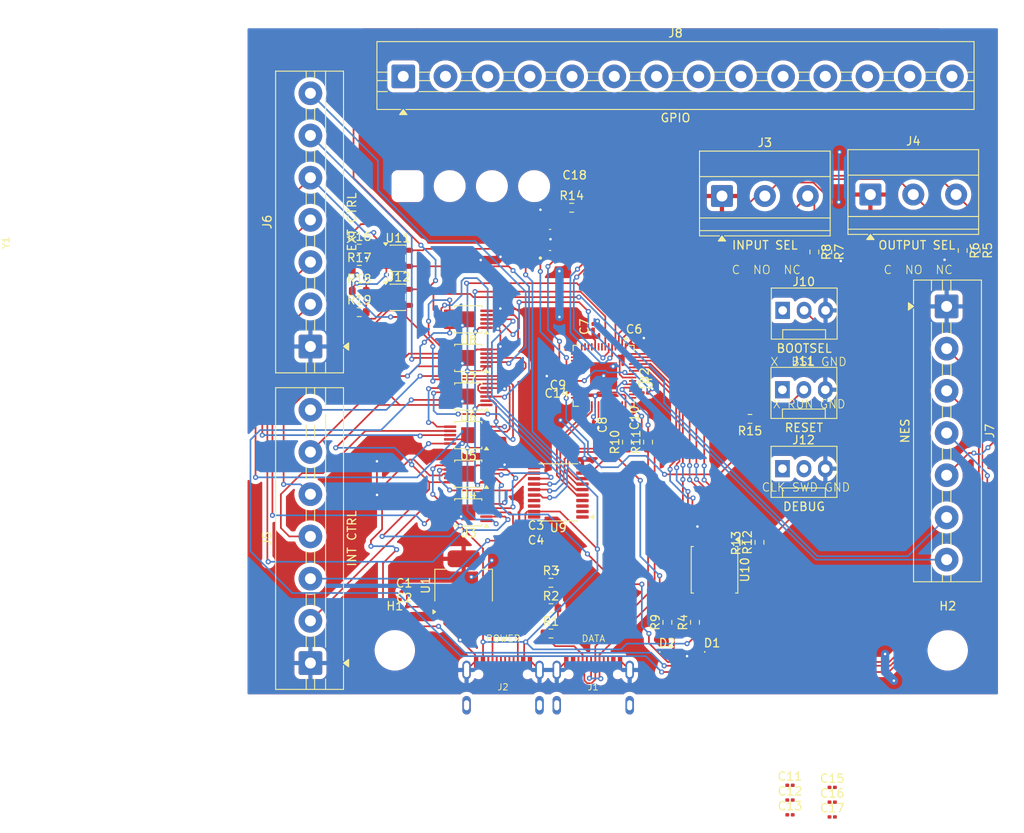
<source format=kicad_pcb>
(kicad_pcb (version 20241229) (generator "pcbnew") (generator_version "9.0")
  (layers (0 "F.Cu" signal) (2 "B.Cu" signal) (13 "F.Paste" user) (15 "B.Paste" user) (5 "F.SilkS" user "F.Silkscreen") (7 "B.SilkS" user "B.Silkscreen") (1 "F.Mask" user) (3 "B.Mask" user) (25 "Edge.Cuts" user))
  (net 0 "")
  (net 1 "GND")
  (net 2 "+5V")
  (net 3 "+3V3")
  (net 4 "+1V1")
  (net 5 "XIN")
  (net 6 "Net-(C18-Pad1)")
  (net 7 "Net-(D1-A)")
  (net 8 "Net-(D2-A)")
  (net 9 "INPUT-SEL-NO")
  (net 10 "INPUT-SEL-NC")
  (net 11 "OUTPUT-SEL-NC")
  (net 12 "OUTPUT-SEL-NO")
  (net 13 "CTRL-INT-6-D4")
  (net 14 "CTRL-INT-4-VCC")
  (net 15 "CTRL-INT-1-CLK")
  (net 16 "CTRL-INT-3-D1")
  (net 17 "CTRL-INT-5-D3")
  (net 18 "CTRL-INT-2-LATCH")
  (net 19 "CTRL-EXT-5-D3")
  (net 20 "CTRL-EXT-6-D4")
  (net 21 "CTRL-EXT-4-VCC")
  (net 22 "CTRL-EXT-1-CLK")
  (net 23 "CTRL-EXT-3-D1")
  (net 24 "CTRL-EXT-2-LATCH")
  (net 25 "PROC-NES-3-D1")
  (net 26 "PROC-NES-1-CLK")
  (net 27 "PROC-NES-5-D3")
  (net 28 "PROC-NES-6-D4")
  (net 29 "PROC-NES-4-VCC")
  (net 30 "PROC-NES-2-LATCH")
  (net 31 "GPIO10")
  (net 32 "GPIO13")
  (net 33 "GPIO18")
  (net 34 "GPIO9")
  (net 35 "GPIO7")
  (net 36 "GPIO15")
  (net 37 "GPIO11")
  (net 38 "GPIO19")
  (net 39 "GPIO17")
  (net 40 "GPIO14")
  (net 41 "GPIO12")
  (net 42 "GPIO6")
  (net 43 "GPIO16")
  (net 44 "GPIO8")
  (net 45 "GPIO26-ADC0")
  (net 46 "GPIO29-ADC3")
  (net 47 "GPIO28-ADC2")
  (net 48 "GPIO27-ADC1")
  (net 49 "Net-(J10-Pin_2)")
  (net 52 "RUN")
  (net 53 "Net-(J12-Pin_1)")
  (net 54 "Net-(J12-Pin_2)")
  (net 55 "Net-(J1-CC1)")
  (net 56 "Net-(J2-CC2)")
  (net 57 "Net-(J2-CC1)")
  (net 58 "Net-(U2-GPIO25)")
  (net 59 "USBD+")
  (net 60 "Net-(U2-USB_DP)")
  (net 61 "Net-(U2-USB_DM)")
  (net 62 "USBD-")
  (net 63 "NAND-SS")
  (net 64 "XOUT")
  (net 65 "IN-SEL")
  (net 66 "NAND-SD1")
  (net 67 "NAND-SD2")
  (net 68 "Net-(U2-GPIO22)")
  (net 69 "Net-(U2-GPIO24)")
  (net 70 "OUT-SEL")
  (net 71 "Net-(U2-GPIO21)")
  (net 72 "NAND-SD3")
  (net 73 "Net-(U2-GPIO20)")
  (net 74 "NAND-SCLK")
  (net 75 "NAND-SD0")
  (net 76 "Net-(U2-GPIO23)")
  (net 77 "Net-(U3-D+)")
  (net 78 "Net-(U3-D-)")
  (net 79 "PROC-RP-1-CLK")
  (net 80 "PROC-RP-2-LATCH")
  (net 81 "Net-(U5-D+)")
  (net 82 "Net-(U5-D-)")
  (net 83 "PROC-RP-3-D1")
  (net 84 "Net-(U7-D+)")
  (net 85 "Net-(U7-D-)")
  (net 86 "PROC-RP-6-D4")
  (net 87 "PROC-RP-5-D3")
  (net 103 "RP-VCC-TOGGLE")
  (net 104 "NES-VCC-TOGGLE")
  (net 105 "Net-(U11-ISET)")
  (net 106 "Net-(U12-ISET)")
  (footprint "Resistor_SMD:R_0603_1608Metric" (layer "F.Cu") (at 141.775 59.125 -90)
    (property "Reference" "R6")
    (property "Value" "4k7R")
  )
  (footprint "imports:XTAL_ABM8-272-T3" (layer "F.Cu") (at 92.89 57.875 90)
    (property "Reference" "Y1")
    (property "Value" "ABM8-272-T3")
  )
  (footprint "Package_SO:TSSOP-20_4.4x6.5mm_P0.65mm" (layer "F.Cu") (at 93.8625 87.775 180)
    (property "Reference" "U9")
    (property "Value" "TXS0108EPW")
  )
  (footprint "imports:TYPE-C-31-M-12" (layer "F.Cu") (at 87.32 113)
    (property "Reference" "J2")
    (property "Value" "POWER")
  )
  (footprint "Capacitor_SMD:C_0201_0603Metric" (layer "F.Cu") (at 126.315 122.73)
    (property "Reference" "C15")
    (property "Value" "100nF")
  )
  (footprint "Capacitor_SMD:C_0201_0603Metric" (layer "F.Cu") (at 102.845 69.5)
    (property "Reference" "C6")
    (property "Value" "100nF")
  )
  (footprint "Capacitor_SMD:C_0201_0603Metric" (layer "F.Cu") (at 95.8 51.25)
    (property "Reference" "C18")
    (property "Value" "15pF")
  )
  (footprint "Capacitor_SMD:C_0201_0603Metric" (layer "F.Cu") (at 75.605 101.34)
    (property "Reference" "C2")
    (property "Value" "10uF")
  )
  (footprint "Connector:FanPinHeader_1x03_P2.54mm_Vertical" (layer "F.Cu") (at 120.424839 84.970805)
    (property "Reference" "J12")
    (property "Value" "DEBUG")
  )
  (footprint "TerminalBlock:TerminalBlock_MaiXu_MX126-5.0-07P_1x07_P5.00mm" (layer "F.Cu") (at 64.5 70.5 90)
    (property "Reference" "J6")
    (property "Value" "EXT CTRL")
  )
  (footprint "Connector:FanPinHeader_1x03_P2.54mm_Vertical" (layer "F.Cu") (at 120.414839 75.620824)
    (property "Reference" "J11")
    (property "Value" "RESET")
  )
  (footprint "Capacitor_SMD:C_0201_0603Metric" (layer "F.Cu") (at 101.839246 78.955935 -90)
    (property "Reference" "C10")
    (property "Value" "100nF")
  )
  (footprint "Resistor_SMD:R_0603_1608Metric" (layer "F.Cu") (at 104.5 81.825 90)
    (property "Reference" "R11")
    (property "Value" "5k1R")
  )
  (footprint "TerminalBlock:TerminalBlock_MaiXu_MX126-5.0-07P_1x07_P5.00mm" (layer "F.Cu") (at 139.8725 65.75 -90)
    (property "Reference" "J7")
    (property "Value" "NES")
  )
  (footprint "Capacitor_SMD:C_0201_0603Metric" (layer "F.Cu") (at 126.315 124.48)
    (property "Reference" "C16")
    (property "Value" "100nF")
  )
  (footprint "Capacitor_SMD:C_0201_0603Metric" (layer "F.Cu") (at 121.315 122.48)
    (property "Reference" "C11")
    (property "Value" "100nF")
  )
  (footprint "Resistor_SMD:R_0603_1608Metric" (layer "F.Cu") (at 70.2825 61.415)
    (property "Reference" "R17")
    (property "Value" "4k7R")
  )
  (footprint "LED_SMD:LED_0201_0603Metric" (layer "F.Cu") (at 106.755 106.68)
    (property "Reference" "D2")
    (property "Value" "STATUS")
  )
  (footprint "Resistor_SMD:R_0603_1608Metric" (layer "F.Cu") (at 70.2825 66.435)
    (property "Reference" "R19")
    (property "Value" "6k8R")
  )
  (footprint "Resistor_SMD:R_0603_1608Metric" (layer "F.Cu") (at 125.725 59.3 -90)
    (property "Reference" "R7")
    (property "Value" "4k7R")
  )
  (footprint "Capacitor_SMD:C_0201_0603Metric" (layer "F.Cu") (at 126.315 126.23)
    (property "Reference" "C17")
    (property "Value" "15pF")
  )
  (footprint "Package_SO:MSOP-10-1EP_3x3mm_P0.5mm_EP1.68x1.88mm" (layer "F.Cu") (at 83.2 85.575 180)
    (property "Reference" "U4")
    (property "Value" "CH442E")
  )
  (footprint "Resistor_SMD:R_0603_1608Metric" (layer "F.Cu") (at 106.79 103.175 90)
    (property "Reference" "R9")
    (property "Value" "470R")
  )
  (footprint "Resistor_SMD:R_0603_1608Metric" (layer "F.Cu") (at 117.7 93.7 90)
    (property "Reference" "R12")
    (property "Value" "1kR")
  )
  (footprint "MountingHole:MountingHole_4.3mm_M4" (layer "F.Cu") (at 74.5 106.5)
    (property "Reference" "H1")
    (property "Value" "MountingHole")
  )
  (footprint "Resistor_SMD:R_0603_1608Metric" (layer "F.Cu") (at 92.99607 98.491977)
    (property "Reference" "R3")
    (property "Value" "5k1R")
  )
  (footprint "TerminalBlock_Phoenix:TerminalBlock_Phoenix_MKDS-1,5-3-5.08_1x03_P5.08mm_Horizontal" (layer "F.Cu") (at 113.255 52.6725)
    (property "Reference" "J3")
    (property "Value" "INPUT SEL")
  )
  (footprint "Resistor_SMD:R_0603_1608Metric" (layer "F.Cu") (at 143.3 59.125 -90)
    (property "Reference" "R5")
    (property "Value" "4k7R")
  )
  (footprint "Resistor_SMD:R_0603_1608Metric" (layer "F.Cu") (at 93 104.5)
    (property "Reference" "R1")
    (property "Value" "5k1R")
  )
  (footprint "Package_SO:MSOP-10-1EP_3x3mm_P0.5mm_EP1.68x1.88mm" (layer "F.Cu") (at 83.2 67.275 180)
    (property "Reference" "U8")
    (property "Value" "CH442E" (hide yes))
  )
  (footprint "Package_TO_SOT_SMD:SOT-23-5" (layer "F.Cu") (at 74.8625 64.675)
    (property "Reference" "U12")
    (property "Value" "~")
  )
  (footprint "Package_SO:MSOP-10-1EP_3x3mm_P0.5mm_EP1.68x1.88mm" (layer "F.Cu") (at 83.2 90.15 180)
    (property "Reference" "U3")
    (property "Value" "CH442E")
  )
  (footprint "Resistor_SMD:R_0603_1608Metric" (layer "F.Cu") (at 124.2 59.3 -90)
    (property "Reference" "R8")
    (property "Value" "4k7R")
  )
  (footprint "imports:TYPE-C-31-M-12" (layer "F.Cu") (at 98 113)
    (property "Reference" "J1")
    (property "Value" "DATA")
  )
  (footprint "Package_SO:MSOP-10-1EP_3x3mm_P0.5mm_EP1.68x1.88mm" (layer "F.Cu") (at 83.2 71.85 180)
    (property "Reference" "U7")
    (property "Value" "CH442E")
  )
  (footprint "Package_SO:SOIC-8_5.3x5.3mm_P1.27mm" (layer "F.Cu") (at 112.3725 96.95 -90)
    (property "Reference" "U10")
    (property "Value" "W25Q128JVS")
  )
  (footprint "Package_SO:MSOP-10-1EP_3x3mm_P0.5mm_EP1.68x1.88mm" (layer "F.Cu") (at 83.2 81 180)
    (property "Reference" "U5")
    (property "Value" "CH442E")
  )
  (footprint "Resistor_SMD:R_0603_1608Metric" (layer "F.Cu") (at 116.575 79.075 180)
    (property "Reference" "R15")
    (property "Value" "4k7R")
  )
  (footprint "Resistor_SMD:R_0603_1608Metric" (layer "F.Cu") (at 102 81.825 90)
    (property "Reference" "R10")
    (property "Value" "5k1R" (hide yes))
  )
  (footprint "Package_DFN_QFN:QFN-56-1EP_7x7mm_P0.4mm_EP3.2x3.2mm" (layer "F.Cu") (at 99.235 73.975 -90)
    (property "Reference" "U2")
    (property "Value" "RP2040")
  )
  (footprint "MountingHole:MountingHole_4.3mm_M4" (layer "F.Cu") (at 140 106.5)
    (property "Reference" "H2")
    (property "Value" "MountingHole")
  )
  (footprint "Resistor_SMD:R_0603_1608Metric" (layer "F.Cu") (at 70.2825 63.925)
    (property "Reference" "R18")
    (property "Value" "6k8R")
  )
  (footprint "LED_SMD:LED_0201_0603Metric" (layer "F.Cu") (at 112.08 106.68)
    (property "Reference" "D1")
    (property "Value" "PWR_LED")
  )
  (footprint "Resistor_SMD:R_0603_1608Metric" (layer "F.Cu") (at 110.06 103.175 90)
    (property "Reference" "R4")
    (property "Value" "470R")
  )
  (footprint "Resistor_SMD:R_0603_1608Metric" (layer "F.Cu") (at 116.175 93.7 -90)
    (property "Reference" "R13")
    (property "Value" "10kR")
  )
  (footprint "Capacitor_SMD:C_0201_0603Metric" (layer "F.Cu") (at 75.605 99.59)
    (property "Reference" "C1")
    (property "Value" "10uF")
  )
  (footprint "Capacitor_SMD:C_0201_0603Metric" (layer "F.Cu") (at 91.235 94.49)
    (property "Reference" "C4")
    (property "Value" "10uF")
  )
  (footprint "Resistor_SMD:R_0603_1608Metric" (layer "F.Cu") (at 93 101.5)
    (property "Reference" "R2")
    (property "Value" "5k1R")
  )
  (footprint "Capacitor_SMD:C_0201_0603Metric" (layer "F.Cu") (at 98.04 79.775 -90)
    (property "Reference" "C8")
    (property "Value" "100nF")
  )
  (footprint "Capacitor_SMD:C_0201_0603Metric" (layer "F.Cu") (at 104.18 76)
    (property "Reference" "C5")
    (property "Value" "1uF")
  )
  (footprint "Package_TO_SOT_SMD:SOT-23-5" (layer "F.Cu") (at 74.8625 60.05)
    (property "Reference" "U11")
    (property "Value" "~")
  )
  (footprint "TerminalBlock:TerminalBlock_MaiXu_MX126-5.0-07P_1x07_P5.00mm" (layer "F.Cu") (at 64.5 108 90)
    (property "Reference" "J5")
    (property "Value" "INT CTRL")
  )
  (footprint "Resistor_SMD:R_0603_1608Metric" (layer "F.Cu") (at 95.455 54.06)
    (property "Reference" "R14")
    (property "Value" "1kR")
  )
  (footprint "Capacitor_SMD:C_0201_0603Metric" (layer "F.Cu") (at 121.315 125.98)
    (property "Reference" "C13")
    (property "Value" "1uF")
  )
  (footprint "Package_TO_SOT_SMD:SOT-223-3_TabPin2" (layer "F.Cu") (at 82.65 98.8 90)
    (property "Reference" "U1")
    (property "Value" "AMS1117-3.3")
  )
  (footprint "Capacitor_SMD:C_0201_0603Metric" (layer "F.Cu") (at 93.68 75 180)
    (property "Reference" "C14")
    (property "Value" "100nF")
  )
  (footprint "Resistor_SMD:R_0603_1608Metric" (layer "F.Cu") (at 70.2825 58.905)
    (property "Reference" "R16")
    (property "Value" "4k7R")
  )
  (footprint "TerminalBlock:TerminalBlock_MaiXu_MX126-5.0-14P_1x14_P5.00mm" (layer "F.Cu") (at 75.5 38.5)
    (property "Reference" "J8")
    (property "Value" "GPIO")
  )
  (footprint "TerminalBlock_Phoenix:TerminalBlock_Phoenix_MKDS-1,5-3-5.08_1x03_P5.08mm_Horizontal" (layer "F.Cu") (at 130.84 52.5)
    (property "Reference" "J4")
    (property "Value" "OUTPUT SEL")
  )
  (footprint "Package_SO:MSOP-10-1EP_3x3mm_P0.5mm_EP1.68x1.88mm" (layer "F.Cu") (at 83.2 76.425 180)
    (property "Reference" "U6")
    (property "Value" "CH442E")
  )
  (footprint "Capacitor_SMD:C_0201_0603Metric" (layer "F.Cu") (at 121.315 124.23)
    (property "Reference" "C12")
    (property "Value" "100nF")
  )
  (footprint "Capacitor_SMD:C_0201_0603Metric" (layer "F.Cu") (at 93.82 74 180)
    (property "Reference" "C9")
    (property "Value" "100nF")
  )
  (footprint "Capacitor_SMD:C_0201_0603Metric" (layer "F.Cu") (at 98 68.155 90)
    (property "Reference" "C7")
    (property "Value" "100nF")
  )
  (footprint "Connector:FanPinHeader_1x03_P2.54mm_Vertical" (layer "F.Cu") (at 120.45 66.225)
    (property "Reference" "J10")
    (property "Value" "BOOTSEL")
  )
  (footprint "Capacitor_SMD:C_0201_0603Metric" (layer "F.Cu") (at 91.235 92.74)
    (property "Reference" "C3")
    (property "Value" "10uF")
  )
  (gr_text "X RUN GND" (at 119.2 77.910824 0) (layer "F.SilkS") (effects (font (size 1 1) (thickness 0.1)) (justify left bottom)))
  (gr_text "C  NO  NC\n" (at 114.34 62 0) (layer "F.SilkS") (effects (font (size 1 1) (thickness 0.1)) (justify left bottom)))
  (gr_text "C  NO  NC\n" (at 132.34 62 0) (layer "F.SilkS") (effects (font (size 1 1) (thickness 0.1)) (justify left bottom)))
  (gr_text "X  BSL GND" (at 118.925 72.9 0) (layer "F.SilkS") (effects (font (size 1 1) (thickness 0.1)) (justify left bottom)))
  (gr_text "CLK SWD GND" (at 117.9 87.765805 0) (layer "F.SilkS") (effects (font (size 1 1) (thickness 0.1)) (justify left bottom)))
  (segment (start 119.15 102.25) (end 119.15 102.175) (width 0.2) (layer "F.Cu") (net 0))
  (segment (start 91 84.85) (end 90.65 84.5) (width 0.2) (layer "F.Cu") (net 1))
  (segment (start 92.29 57) (end 94.04 58.75) (width 0.2) (layer "F.Cu") (net 1))
  (segment (start 81.05 81.5) (end 82.7 81.5) (width 0.2) (layer "F.Cu") (net 1))
  (segment (start 99.235 73.975) (end 99.435 74.175) (width 0.2) (layer "F.Cu") (net 1))
  (segment (start 101.3 107.9) (end 101.4 107.9) (width 0.2) (layer "F.Cu") (net 1))
  (segment (start 85.4 66.275) (end 86.725 66.275) (width 0.2) (layer "F.Cu") (net 1))
  (segment (start 103.165 69.5) (end 104 69.5) (width 0.2) (layer "F.Cu") (net 1))
  (segment (start 82.275 67.775) (end 82.5 68) (width 0.2) (layer "F.Cu") (net 1))
  (segment (start 83.92 107.9) (end 83 108.82) (width 0.2) (layer "F.Cu") (net 1))
  (segment (start 84.2 84.575) (end 85.35 84.575) (width 0.2) (layer "F.Cu") (net 1))
  (segment (start 84.67 60.26) (end 86.63 60.26) (width 1) (layer "F.Cu") (net 1))
  (segment (start 106.435 106.68) (end 106.435 106.83987) (width 0.2) (layer "F.Cu") (net 1))
  (segment (start 71.1075 62.5) (end 71.1075 60) (width 0.2) (layer "F.Cu") (net 1))
  (segment (start 84.2 89.15) (end 85.35 89.15) (width 0.2) (layer "F.Cu") (net 1))
  (segment (start 82.7 81.5) (end 83.2 81) (width 0.2) (layer "F.Cu") (net 1))
  (segment (start 85.4 80) (end 87.5 80) (width 0.2) (layer "F.Cu") (net 1))
  (segment (start 101.4 107.9) (end 102.32 108.82) (width 0.2) (layer "F.Cu") (net 1))
  (segment (start 87.425 75.425) (end 87.5 75.5) (width 0.2) (layer "F.Cu") (net 1))
  (segment (start 98 67.835) (end 98.165 67.835) (width 0.2) (layer "F.Cu") (net 1))
  (segment (start 85.4 89.15) (end 87.35 89.15) (width 0.2) (layer "F.Cu") (net 1))
  (segment (start 106.77613 107.181) (end 109.12 107.181) (width 0.2) (layer "F.Cu") (net 1))
  (segment (start 83.2 81.274356) (end 82.486002 81.988354) (width 0.2) (layer "F.Cu") (net 1))
  (segment (start 86.65 70.85) (end 87 70.5) (width 0.2) (layer "F.Cu") (net 1))
  (segment (start 98.235 74.975) (end 99.235 73.975) (width 0.2) (layer "F.Cu") (net 1))
  (segment (start 96.12 51.050001) (end 95.818999 50.749) (width 0.2) (layer "F.Cu") (net 1))
  (segment (start 125.725 60.125) (end 127.075 60.125) (width 0.2) (layer "F.Cu") (net 1))
  (segment (start 72.38 88.07) (end 72.39 88.08) (width 0.2) (layer "F.Cu") (net 1))
  (segment (start 81 67.775) (end 82.275 67.775) (width 0.2) (layer "F.Cu") (net 1))
  (segment (start 100.38 75.12) (end 99.235 73.975) (width 0.2) (layer "F.Cu") (net 1))
  (segment (start 99.235 73.975) (end 99.035 74.175) (width 0.2) (layer "F.Cu") (net 1))
  (segment (start 139.9 59.95) (end 139.625 60.225) (width 0.2) (layer "F.Cu") (net 1))
  (segment (start 85.35 70.85) (end 86.65 70.85) (width 0.2) (layer "F.Cu") (net 1))
  (segment (start 98.575 80.095) (end 98.61 80.13) (width 0.2) (layer "F.Cu") (net 1))
  (segment (start 81 90.65) (end 82.35 90.65) (width 0.2) (layer "F.Cu") (net 1))
  (segment (start 93.82107 97) (end 93.82107 98.491977) (width 0.2) (layer "F.Cu") (net 1))
  (segment (start 96.12 51.25) (end 96.12 51.050001) (width 0.2) (layer "F.Cu") (net 1))
  (segment (start 81 76.925) (end 82.425 76.925) (width 0.2) (layer "F.Cu") (net 1))
  (segment (start 110.4675 91.9425) (end 110.35 91.825) (width 0.2) (layer "F.Cu") (net 1))
  (segment (start 91.74 57) (end 92.29 57) (width 0.2) (layer "F.Cu") (net 1))
  (segment (start 90.72 107.9) (end 91.64 108.82) (width 0.2) (layer "F.Cu") (net 1))
  (segment (start 81 72.35) (end 82.35 72.35) (width 0.2) (layer "F.Cu") (net 1))
  (segment (start 143.3 59.95) (end 141.775 59.95) (width 0.2) (layer "F.Cu") (net 1))
  (segment (start 98.04 80.095) (end 98.575 80.095) (width 0.2) (layer "F.Cu") (net 1))
  (segment (start 93.825 104.5) (end 93.825 98.495907) (width 0.2) (layer "F.Cu") (net 1))
  (segment (start 71.1075 66.435) (end 71.1075 65) (width 0.2) (layer "F.Cu") (net 1))
  (segment (start 71.1075 60) (end 71.1075 58.905) (width 0.2) (layer "F.Cu") (net 1))
  (segment (start 111.259 107.181) (end 111.76 106.68) (width 0.2) (layer "F.Cu") (net 1))
  (segment (start 84.27 107.9) (end 83.92 107.9) (width 0.2) (layer "F.Cu") (net 1))
  (segment (start 87.35 89.15) (end 87.5 89) (width 0.2) (layer "F.Cu") (net 1))
  (segment (start 86.63 60.26) (end 87.020735 59.869265) (width 1) (layer "F.Cu") (net 1))
  (segment (start 93.68 108.82) (end 93.78 108.82) (width 0.2) (layer "F.Cu") (net 1))
  (segment (start 124.2 60.125) (end 125.725 60.125) (width 0.2) (layer "F.Cu") (net 1))
  (segment (start 84.2 70.85) (end 83.2 71.85) (width 0.2) (layer "F.Cu") (net 1))
  (segment (start 71.4325 64.675) (end 71.1075 65) (width 0.2) (layer "F.Cu") (net 1))
  (segment (start 82.425 86.075) (end 82.5 86) (width 0.2) (layer "F.Cu") (net 1))
  (segment (start 71.1075 65) (end 71.1075 62.5) (width 0.2) (layer "F.Cu") (net 1))
  (segment (start 82.35 72.35) (end 82.5 72.5) (width 0.2) (layer "F.Cu") (net 1))
  (segment (start 101.839246 79.275935) (end 102.614065 79.275935) (width 0.2) (layer "F.Cu") (net 1))
  (segment (start 93.36 74.86) (end 92.5 74) (width 0.2) (layer "F.Cu") (net 1))
  (segment (start 87 68.665) (end 86.71 68.375) (width 0.2) (layer "F.Cu") (net 1))
  (segment (start 83.2 81) (end 83.2 81.274356) (width 0.2) (layer "F.Cu") (net 1))
  (segment (start 95.18113 50.749) (end 91.74 54.19013) (width 0.2) (layer "F.Cu") (net 1))
  (segment (start 98.25 80.625) (end 98.325 80.7) (width 0.2) (layer "F.Cu") (net 1))
  (segment (start 81 86.075) (end 82.425 86.075) (width 0.2) (layer "F.Cu") (net 1))
  (segment (start 79.74 101.34) (end 80.35 101.95) (width 0.2) (layer "F.Cu") (net 1))
  (segment (start 93.5 74) (end 92.5 74) (width 0.2) (layer "F.Cu") (net 1))
  (segment (start 93.36 75) (end 93.36 74.86) (width 0.2) (layer "F.Cu") (net 1))
  (segment (start 98.235 72.975) (end 99.235 73.975) (width 0.2) (layer "F.Cu") (net 1))
  (segment (start 82.425 76.925) (end 82.5 77) (width 0.2) (layer "F.Cu") (net 1))
  (segment (start 85.35 70.85) (end 84.2 70.85) (width 0.2) (layer "F.Cu") (net 1))
  (segment (start 91.555 93.57) (end 91.555 92.74) (width 0.2) (layer "F.Cu") (net 1))
  (segment (start 83.2 85.575) (end 84.2 84.575) (width 0.2) (layer "F.Cu") (net 1))
  (segment (start 99.835 74.575) (end 99.235 73.975) (width 0.2) (layer "F.Cu") (net 1))
  (segment (start 73.675 60) (end 71.1075 60) (width 0.2) (layer "F.Cu") (net 1))
  (segment (start 75.925 99.59) (end 75.925 101.34) (width 0.2) (layer "F.Cu") (net 1))
  (segment (start 93.78 108.82) (end 94.7 107.9) (width 0.2) (layer "F.Cu") (net 1))
  (segment (start 83.2 90.15) (end 84.2 89.15) (width 0.2) (layer "F.Cu") (net 1))
  (segment (start 80.35 103.35) (end 82.25 105.25) (width 0.2) (layer "F.Cu") (net 1))
  (segment (start 90.65 84.5) (end 87.5 84.5) (width 0.2) (layer "F.Cu") (net 1))
  (segment (start 141.775 59.95) (end 139.9 59.95) (width 0.2) (layer "F.Cu") (net 1))
  (segment (start 91.74 54.19013) (end 91.74 57) (width 0.2) (layer "F.Cu") (net 1))
  (segment (start 109.12 107.181) (end 111.259 107.181) (width 0.2) (layer "F.Cu") (net 1))
  (segment (start 91.555 94.49) (end 91.555 93.57) (width 0.2) (layer "F.Cu") (net 1))
  (segment (start 83.2 90.15) (end 83.2 90.258824) (width 0.2) (layer "F.Cu") (net 1))
  (segment (start 72.38 84.1) (end 72.38 88.07) (width 0.2) (layer "F.Cu") (net 1))
  (segment (start 82.25 105.25) (end 84.02 107.02) (width 0.2) (layer "F.Cu") (net 1))
  (segment (start 100.355 72.855) (end 99.235 73.975) (width 0.2) (layer "F.Cu") (net 1))
  (segment (start 95.818999 50.749) (end 95.18113 50.749) (width 0.2) (layer "F.Cu") (net 1))
  (segment (start 106.435 106.83987) (end 106.77613 107.181) (width 0.2) (layer "F.Cu") (net 1))
  (segment (start 82.5 90.5) (end 82.35 90.65) (width 0.2) (layer "F.Cu") (net 1))
  (segment (start 80.35 101.95) (end 80.35 103.35) (width 0.2) (layer "F.Cu") (net 1))
  (segment (start 104.5 76) (end 105 75.5) (width 0.2) (layer "F.Cu") (net 1))
  (segment (start 73.725 60.05) (end 73.675 60) (width 0.2) (layer "F.Cu") (net 1))
  (segment (start 93.825 98.495907) (end 93.82107 98.491977) (width 0.2) (layer "F.Cu") (net 1))
  (segment (start 110.4675 93.3625) (end 110.4675 91.9425) (width 0.2) (layer "F.Cu") (net 1))
  (segment (start 85.4 84.575) (end 87.425 84.575) (width 0.2) (layer "F.Cu") (net 1))
  (segment (start 84.02 107.02) (end 84.02 107.9) (width 0.2) (layer "F.Cu") (net 1))
  (segment (start 75.925 101.34) (end 79.74 101.34) (width 0.2) (layer "F.Cu") (net 1))
  (segment (start 102.614065 79.275935) (end 102.65 79.24) (width 0.2) (layer "F.Cu") (net 1))
  (segment (start 85.4 75.425) (end 87.425 75.425) (width 0.2) (layer "F.Cu") (net 1))
  (segment (start 98.165 67.835) (end 98.5 67.5) (width 0.2) (layer "F.Cu") (net 1))
  (segment (start 95.7975 72.975) (end 98.235 72.975) (width 0.2) (layer "F.Cu") (net 1))
  (segment (start 90.37 107.9) (end 90.72 107.9) (width 0.2) (layer "F.Cu") (net 1))
  (segment (start 86.725 66.275) (end 87 66) (width 0.2) (layer "F.Cu") (net 1))
  (segment (start 73.725 64.675) (end 71.4325 64.675) (width 0.2) (layer "F.Cu") (net 1))
  (segment (start 127.075 60.125) (end 127.325 60.375) (width 0.2) (layer "F.Cu") (net 1))
  (segment (start 87.425 84.575) (end 87.5 84.5) (width 0.2) (layer "F.Cu") (net 1))
  (segment (start 87 70.5) (end 87 68.665) (width 0.2) (layer "F.Cu") (net 1))
  (via (at 87.5 75.5) (size 0.6) (drill 0.3) (layers "F.Cu" "B.Cu") (net 1))
  (via (at 87.020735 59.869265) (size 0.6) (drill 0.3) (layers "F.Cu" "B.Cu") (net 1))
  (via (at 82.5 77) (size 0.6) (drill 0.3) (layers "F.Cu" "B.Cu") (net 1))
  (via (at 82.486002 81.988354) (size 0.6) (drill 0.3) (layers "F.Cu" "B.Cu") (net 1))
  (via (at 105 75.5) (size 0.6) (drill 0.3) (layers "F.Cu" "B.Cu") (net 1))
  (via (at 71.1075 62.5) (size 0.6) (drill 0.3) (layers "F.Cu" "B.Cu") (net 1))
  (via (at 71.1075 65) (size 0.6) (drill 0.3) (layers "F.Cu" "B.Cu") (net 1))
  (via (at 91.751885 54.300045) (size 0.6) (drill 0.3) (layers "F.Cu" "B.Cu") (net 1))
  (via (at 91.555 93.57) (size 0.6) (drill 0.3) (layers "F.Cu" "B.Cu") (net 1))
  (via (at 72.39 88.08) (size 0.6) (drill 0.3) (layers "F.Cu" "B.Cu") (net 1))
  (via (at 99.235 73.975) (size 0.6) (drill 0.3) (layers "F.Cu" "B.Cu") (net 1))
  (via (at 92.5 74) (size 0.6) (drill 0.3) (layers "F.Cu" "B.Cu") (net 1))
  (via (at 100.355 72.855) (size 0.6) (drill 0.3) (layers "F.Cu" "B.Cu") (net 1))
  (via (at 98.5 67.5) (size 0.6) (drill 0.3) (layers "F.Cu" "B.Cu") (net 1))
  (via (at 109.12 107.181) (size 0.6) (drill 0.3) (layers "F.Cu" "B.Cu") (net 1))
  (via (at 104 69.5) (size 0.6) (drill 0.3) (layers "F.Cu" "B.Cu") (net 1))
  (via (at 92.94 57.79) (size 0.6) (drill 0.3) (layers "F.Cu" "B.Cu") (net 1))
  (via (at 110.35 91.825) (size 0.6) (drill 0.3) (layers "F.Cu" "B.Cu") (net 1))
  (via (at 86.71 68.375) (size 0.6) (drill 0.3) (layers "F.Cu" "B.Cu") (net 1))
  (via (at 93.82107 97) (size 0.6) (drill 0.3) (layers "F.Cu" "B.Cu") (net 1))
  (via (at 87.5 89) (size 0.6) (drill 0.3) (layers "F.Cu" "B.Cu") (net 1))
  (via (at 139.625 60.225) (size 0.6) (drill 0.3) (layers "F.Cu" "B.Cu") (net 1))
  (via (at 82.5 72.5) (size 0.6) (drill 0.3) (layers "F.Cu" "B.Cu") (net 1))
  (via (at 87 70.5) (size 0.6) (drill 0.3) (layers "F.Cu" "B.Cu") (net 1))
  (via (at 82.35 90.65) (size 0.6) (drill 0.3) (layers "F.Cu" "B.Cu") (net 1))
  (via (at 84.67 60.26) (size 0.6) (drill 0.3) (layers "F.Cu" "B.Cu") (net 1))
  (via (at 87.5 84.5) (size 0.6) (drill 0.3) (layers "F.Cu" "B.Cu") (net 1))
  (via (at 102.65 79.24) (size 0.6) (drill 0.3) (layers "F.Cu" "B.Cu") (net 1))
  (via (at 100.355 72.855) (size 0.6) (drill 0.3) (layers "F.Cu" "B.Cu") (net 1))
  (via (at 98.61 80.13) (size 0.6) (drill 0.3) (layers "F.Cu" "B.Cu") (net 1))
  (via (at 82.25 105.25) (size 0.6) (drill 0.3) (layers "F.Cu" "B.Cu") (net 1))
  (via (at 71.1075 60) (size 0.6) (drill 0.3) (layers "F.Cu" "B.Cu") (net 1))
  (via (at 127.325 60.375) (size 0.6) (drill 0.3) (layers "F.Cu" "B.Cu") (net 1))
  (via (at 87.5 80) (size 0.6) (drill 0.3) (layers "F.Cu" "B.Cu") (net 1))
  (via (at 87 66) (size 0.6) (drill 0.3) (layers "F.Cu" "B.Cu") (net 1))
  (via (at 72.38 84.1) (size 0.6) (drill 0.3) (layers "F.Cu" "B.Cu") (net 1))
  (via (at 82.5 68) (size 0.6) (drill 0.3) (layers "F.Cu" "B.Cu") (net 1))
  (segment (start 93.68 108.82) (end 93.68 108.18) (width 0.2) (layer "B.Cu") (net 1))
  (segment (start 93.68 108.18) (end 93.5 108) (width 0.2) (layer "B.Cu") (net 1))
  (segment (start 110.06 104) (end 110.06 104.84) (width 0.2) (layer "F.Cu") (net 2))
  (segment (start 75.62613 99.089) (end 82.089 99.089) (width 0.2) (layer "F.Cu") (net 2))
  (segment (start 82.089 99.089) (end 84.95 101.95) (width 0.2) (layer "F.Cu") (net 2))
  (segment (start 90 105.5) (end 89.82 105.68) (width 0.2) (layer "F.Cu") (net 2))
  (segment (start 89.9615 91.7865) (end 89.9615 90.28687) (width 0.2) (layer "F.Cu") (net 2))
  (segment (start 78.575 86.575) (end 78.575 87.425) (width 0.2) (layer "F.Cu") (net 2))
  (segment (start 84.95 101.95) (end 84.95 105.5) (width 0.2) (layer "F.Cu") (net 2))
  (segment (start 90 62) (end 90 60.97) (width 0.2) (layer "F.Cu") (net 2))
  (segment (start 110.06 104.84) (end 109.56 105.34) (width 0.2) (layer "F.Cu") (net 2))
  (segment (start 90.915 92.74) (end 89.9615 91.7865) (width 0.2) (layer "F.Cu") (net 2))
  (segment (start 76.5 84.5) (end 78.575 86.575) (width 0.2) (layer "F.Cu") (net 2))
  (segment (start 109.56 105.34) (end 109.2 105.7) (width 0.2) (layer "F.Cu") (net 2))
  (segment (start 73.5 75) (end 73.5 75.85) (width 0.2) (layer "F.Cu") (net 2))
  (segment (start 78.575 86.575) (end 81 86.575) (width 0.2) (layer "F.Cu") (net 2))
  (segment (start 72.575 77.425) (end 67.5 82.5) (width 0.2) (layer "F.Cu") (net 2))
  (segment (start 84.95 107.77) (end 84.82 107.9) (width 0.2) (layer "F.Cu") (net 2))
  (segment (start 81.65 91.15) (end 82.25 91.75) (width 0.2) (layer "F.Cu") (net 2))
  (segment (start 76 74) (end 74.5 74) (width 0.2) (layer "F.Cu") (net 2))
  (segment (start 82.25 91.75) (end 84.95 94.45) (width 0.2) (layer "F.Cu") (net 2))
  (segment (start 77.15 72.85) (end 76 74) (width 0.2) (layer "F.Cu") (net 2))
  (segment (start 90 60.97) (end 87.96 58.93) (width 0.2) (layer "F.Cu") (net 2))
  (segment (start 87.96 58.93) (end 78.009943 58.93) (width 0.2) (layer "F.Cu") (net 2))
  (segment (start 75.285 99.43013) (end 75.62613 99.089) (width 0.2) (layer "F.Cu") (net 2))
  (segment (start 75.075 77.425) (end 73.5 75.85) (width 0.2) (layer "F.Cu") (net 2))
  (segment (start 91 90.05) (end 94.05 90.05) (width 0.2) (layer "F.Cu") (net 2))
  (segment (start 78.009943 58.93) (end 77.839943 59.1) (width 0.2) (layer "F.Cu") (net 2))
  (segment (start 90.19837 90.05) (end 91 90.05) (width 0.2) (layer "F.Cu") (net 2))
  (segment (start 77.839943 59.1) (end 76 59.1) (width 0.2) (layer "F.Cu") (net 2))
  (segment (start 89.82 107.9) (end 89.82 105.68) (width 0.2) (layer "F.Cu") (net 2))
  (segment (start 84.95 94.45) (end 84.95 101.95) (width 0.2) (layer "F.Cu") (net 2))
  (segment (start 75.075 77.425) (end 81 77.425) (width 0.2) (layer "F.Cu") (net 2))
  (segment (start 75.075 77.425) (end 72.575 77.425) (width 0.2) (layer "F.Cu") (net 2))
  (segment (start 78.575 87.425) (end 73 93) (width 0.2) (layer "F.Cu") (net 2))
  (segment (start 109.2 105.7) (end 109.12 105.7) (width 0.2) (layer "F.Cu") (net 2))
  (segment (start 81 72.85) (end 77.15 72.85) (width 0.2) (layer "F.Cu") (net 2))
  (segment (start 81.05 82) (end 78.5 82) (width 0.2) (layer "F.Cu") (net 2))
  (segment (start 89.9615 90.28687) (end 90.19837 90.05) (width 0.2) (layer "F.Cu") (net 2))
  (segment (start 75.285 99.59) (end 75.285 99.43013) (width 0.2) (layer "F.Cu") (net 2))
  (segment (start 84.95 105.5) (end 84.95 107.77) (width 0.2) (layer "F.Cu") (net 2))
  (segment (start 74.5 74) (end 73.5 75) (width 0.2) (layer "F.Cu") (net 2))
  (segment (start 94.05 90.05) (end 98.5 94.5) (width 0.2) (layer "F.Cu") (net 2))
  (segment (start 81 68.275) (end 81 68.9) (width 0.2) (layer "F.Cu") (net 2))
  (segment (start 81.05 91.15) (end 81.65 91.15) (width 0.2) (layer "F.Cu") (net 2))
  (via (at 78.5 82) (size 0.6) (drill 0.3) (layers "F.Cu" "B.Cu") (net 2))
  (via (at 78 70) (size 0.6) (drill 0.3) (layers "F.Cu" "B.Cu") (net 2))
  (via (at 76 74) (size 0.6) (drill 0.3) (layers "F.Cu" "B.Cu") (net 2))
  (via (at 109.12 105.7) (size 0.6) (drill 0.3) (layers "F.Cu" "B.Cu") (net 2))
  (via (at 73 93) (size 0.6) (drill 0.3) (layers "F.Cu" "B.Cu") (net 2))
  (via (at 67.5 82.5) (size 0.6) (drill 0.3) (layers "F.Cu" "B.Cu") (net 2))
  (via (at 81 68.9) (size 0.6) (drill 0.3) (layers "F.Cu" "B.Cu") (net 2))
  (via (at 98.5 94.5) (size 0.6) (drill 0.3) (layers "F.Cu" "B.Cu") (net 2))
  (via (at 90 62) (size 0.6) (drill 0.3) (layers "F.Cu" "B.Cu") (net 2))
  (via (at 76.5 84.5) (size 0.6) (drill 0.3) (layers "F.Cu" "B.Cu") (net 2))
  (via (at 84.95 105.5) (size 0.6) (drill 0.3) (layers "F.Cu" "B.Cu") (net 2))
  (via (at 82.25 91.75) (size 0.6) (drill 0.3) (layers "F.Cu" "B.Cu") (net 2))
  (via (at 90 105.5) (size 0.6) (drill 0.3) (layers "F.Cu" "B.Cu") (net 2))
  (segment (start 90.802 62.802) (end 90.802 80.592771) (width 0.2) (layer "B.Cu") (net 2))
  (segment (start 81 68.9) (end 79.1 68.9) (width 0.2) (layer "B.Cu") (net 2))
  (segment (start 78.5 82) (end 76.5 84) (width 0.2) (layer "B.Cu") (net 2))
  (segment (start 98.5 94.5) (end 98.5 97) (width 0.2) (layer "B.Cu") (net 2))
  (segment (start 101.301171 106.378829) (end 90.878829 106.378829) (width 0.2) (layer "B.Cu") (net 2))
  (segment (start 77.5 72.5) (end 77.5 70.5) (width 0.2) (layer "B.Cu") (net 2))
  (segment (start 90 105.5) (end 84.95 105.5) (width 0.2) (layer "B.Cu") (net 2))
  (segment (start 76 74) (end 77.5 72.5) (width 0.2) (layer "B.Cu") (net 2))
  (segment (start 90.802 80.592771) (end 98.5 88.290771) (width 0.2) (layer "B.Cu") (net 2))
  (segment (start 81 93) (end 82.25 91.75) (width 0.2) (layer "B.Cu") (net 2))
  (segment (start 101.98 105.7) (end 101.301171 106.378829) (width 0.2) (layer "B.Cu") (net 2))
  (segment (start 77.5 70.5) (end 78 70) (width 0.2) (layer "B.Cu") (net 2))
  (segment (start 79.1 68.9) (end 78 70) (width 0.2) (layer "B.Cu") (net 2))
  (segment (start 109.12 105.7) (end 101.98 105.7) (width 0.2) (layer "B.Cu") (net 2))
  (segment (start 90 62) (end 90.802 62.802) (width 0.2) (layer "B.Cu") (net 2))
  (segment (start 98.5 88.290771) (end 98.5 94.5) (width 0.2) (layer "B.Cu") (net 2))
  (segment (start 67.5 82.5) (end 74.5 82.5) (width 0.2) (layer "B.Cu") (net 2))
  (segment (start 90 105.5) (end 98.5 97) (width 0.2) (layer "B.Cu") (net 2))
  (segment (start 73 93) (end 81 93) (width 0.2) (layer "B.Cu") (net 2))
  (segment (start 90.878829 106.378829) (end 90 105.5) (width 0.2) (layer "B.Cu") (net 2))
  (segment (start 76.5 84) (end 76.5 84.5) (width 0.2) (layer "B.Cu") (net 2))
  (segment (start 74.5 82.5) (end 76.5 84.5) (width 0.2) (layer "B.Cu") (net 2))
  (segment (start 95.7975 74.175) (end 94.315 74.175) (width 0.2) (layer "F.Cu") (net 3))
  (segment (start 94.315 74.175) (end 94.14 74) (width 0.2) (layer "F.Cu") (net 3))
  (segment (start 101.839246 78.635935) (end 102.639065 78.635935) (width 0.2) (layer "F.Cu") (net 3))
  (segment (start 98.235 76.295) (end 98.59 75.94) (width 0.2) (layer "F.Cu") (net 3))
  (segment (start 101.835 71.09) (end 101.835 70.5375) (width 0.2) (layer "F.Cu") (net 3))
  (segment (start 102.525 69.8475) (end 101.835 70.5375) (width 0.2) (layer "F.Cu") (net 3))
  (segment (start 98.235 79.385) (end 98.25 79.4) (width 0.2) (layer "F.Cu") (net 3))
  (segment (start 103.685 76.175) (end 103.86 76) (width 0.2) (layer "F.Cu") (net 3))
  (segment (start 101.136 73.811) (end 101.136 71.789) (width 0.2) (layer "F.Cu") (net 3))
  (segment (start 101.835 76.395) (end 101.835 77.4125) (width 0.2) (layer "F.Cu") (net 3))
  (segment (start 98 69.53) (end 98 68.475) (width 0.2) (layer "F.Cu") (net 3))
  (segment (start 90.915 94.49) (end 87.33 94.49) (width 0.2) (layer "F.Cu") (net 3))
  (segment (start 98 68.475) (end 97.5 68.475) (width 0.2) (layer "F.Cu") (net 3))
  (segment (start 94.14 73.84013) (end 93.26987 72.97) (width 0.2) (layer "F.Cu") (net 3))
  (segment (start 97.5 68.475) (end 96.975 69) (width 0.2) (layer "F.Cu") (net 3))
  (segment (start 102.639065 78.635935) (end 103.025 78.25) (width 0.2) (layer "F.Cu") (net 3))
  (segment (start 87.33 94.49) (end 85.98 95.84) (width 0.2) (layer "F.Cu") (net 3))
  (segment (start 85.35 81) (end 86.5 81) (width 0.2) (layer "F.Cu") (net 3))
  (segment (start 98.59 75.94) (end 100.915057 75.94) (width 0.2) (layer "F.Cu") (net 3))
  (segment (start 102.525 69.5) (end 102.525 69.8475) (width 0.2) (layer "F.Cu") (net 3))
  (segment (start 98.032 79.447) (end 98.04 79.455) (width 0.2) (layer "F.Cu") (net 3))
  (segment (start 101.641 76.201) (end 101.835 76.395) (width 0.2) (layer "F.Cu") (net 3))
  (segment (start 93.26987 72.97) (end 92.95 72.97) (width 0.2) (layer "F.Cu") (net 3))
  (segment (start 94.14 74) (end 94.14 73.84013) (width 0.2) (layer "F.Cu") (net 3))
  (segment (start 101.5 74.175) (end 101.136 73.811) (width 0.2) (layer "F.Cu") (net 3))
  (segment (start 98.235 69.765) (end 98 69.53) (width 0.2) (layer "F.Cu") (net 3))
  (segment (start 101.136 71.789) (end 101.835 71.09) (width 0.2) (layer "F.Cu") (net 3))
  (segment (start 86.5 81) (end 87 81.5) (width 0.2) (layer "F.Cu") (net 3))
  (segment (start 101.835 78.631689) (end 101.839246 78.635935) (width 0.2) (layer "F.Cu") (net 3))
  (segment (start 96.725 84) (end 96.975 83.75) (width 0.2) (layer "F.Cu") (net 3))
  (segment (start 101.835 77.4125) (end 101.835 78.631689) (width 0.2) (layer "F.Cu") (net 3))
  (segment (start 98.235 77.4125) (end 98.235 76.36) (width 0.2) (layer "F.Cu") (net 3))
  (segment (start 96.725 84.85) (end 96.725 84) (width 0.2) (layer "F.Cu") (net 3))
  (segment (start 101.176057 76.201) (end 101.641 76.201) (width 0.2) (layer "F.Cu") (net 3))
  (segment (start 98.032 78.83) (end 98.032 79.447) (width 0.2) (layer "F.Cu") (net 3))
  (segment (start 100.915057 75.94) (end 101.176057 76.201) (width 0.2) (layer "F.Cu") (net 3))
  (segment (start 102.6725 76.175) (end 103.685 76.175) (width 0.2) (layer "F.Cu") (net 3))
  (segment (start 98.235 70.5375) (end 98.235 69.765) (width 0.2) (layer "F.Cu") (net 3))
  (segment (start 102.6725 74.175) (end 101.5 74.175) (width 0.2) (layer "F.Cu") (net 3))
  (segment (start 98.235 76.36) (end 98.235 76.295) (width 0.2) (layer "F.Cu") (net 3))
  (segment (start 85.35 81.5) (end 87 81.5) (width 0.2) (layer "F.Cu") (net 3))
  (via (at 98.032 78.83) (size 0.6) (drill 0.3) (layers "F.Cu" "B.Cu") (net 3))
  (via (at 133.62 110.09) (size 0.6) (drill 0.3) (layers "F.Cu" "B.Cu") (net 3))
  (via (at 127.18 47.47) (size 0.6) (drill 0.3) (layers "F.Cu" "B.Cu") (net 3))
  (via (at 85.98 95.84) (size 0.6) (drill 0.3) (layers "F.Cu" "B.Cu") (net 3))
  (via (at 98.235 76.36) (size 0.6) (drill 0.3) (layers "F.Cu" "B.Cu") (net 3))
  (via (at 94 67) (size 0.6) (drill 0.3) (layers "F.Cu" "B.Cu") (net 3))
  (via (at 94 61.57) (size 0.6) (drill 0.3) (layers "F.Cu" "B.Cu") (net 3))
  (via (at 83.57 97.8) (size 0.6) (drill 0.3) (layers "F.Cu" "B.Cu") (net 3))
  (via (at 96.975 83.75) (size 0.6) (drill 0.3) (layers "F.Cu" "B.Cu") (net 3))
  (via (at 94.125 79.225) (size 0.6) (drill 0.3) (layers "F.Cu" "B.Cu") (net 3))
  (via (at 132.58 106.93) (size 0.6) (drill 0.3) (layers "F.Cu" "B.Cu") (net 3))
  (via (at 127.09 53.39) (size 0.6) (drill 0.3) (layers "F.Cu" "B.Cu") (net 3))
  (segment (start 94 61.57) (end 94 67) (width 1) (layer "B.Cu") (net 3))
  (segment (start 96.975 83.75) (end 96.975 82.075) (width 0.2) (layer "B.Cu") (net 3))
  (segment (start 127.09 53.39) (end 127.09 47.56) (width 0.2) (layer "B.Cu") (net 3))
  (segment (start 96.975 82.075) (end 94.125 79.225) (width 0.2) (layer "B.Cu") (net 3))
  (segment (start 132.58 106.93) (end 132.58 109.05) (width 1) (layer "B.Cu") (net 3))
  (segment (start 98.235 78.627) (end 98.032 78.83) (width 0.2) (layer "B.Cu") (net 3))
  (segment (start 132.58 109.05) (end 133.62 110.09) (width 1) (layer "B.Cu") (net 3))
  (segment (start 84.02 97.8) (end 83.57 97.8) (width 0.2) (layer "B.Cu") (net 3))
  (segment (start 127.09 47.56) (end 127.18 47.47) (width 0.2) (layer "B.Cu") (net 3))
  (segment (start 85.98 95.84) (end 84.02 97.8) (width 0.2) (layer "B.Cu") (net 3))
  (segment (start 98.235 76.36) (end 98.235 78.627) (width 0.2) (layer "B.Cu") (net 3))
  (segment (start 95.7975 74.575) (end 94.425 74.575) (width 0.2) (layer "F.Cu") (net 4))
  (segment (start 94.425 74.575) (end 94 75) (width 0.2) (layer "F.Cu") (net 4))
  (segment (start 95.7975 74.575) (end 96.925 74.575) (width 0.2) (layer "F.Cu") (net 4))
  (segment (start 101.95 73.775) (end 101.75 73.575) (width 0.2) (layer "F.Cu") (net 4))
  (segment (start 102.6725 73.775) (end 101.95 73.775) (width 0.2) (layer "F.Cu") (net 4))
  (segment (start 96.925 74.575) (end 96.95 74.55) (width 0.2) (layer "F.Cu") (net 4))
  (via (at 96.95 74.55) (size 0.6) (drill 0.3) (layers "F.Cu" "B.Cu") (net 4))
  (via (at 101.75 73.575) (size 0.6) (drill 0.3) (layers "F.Cu" "B.Cu") (net 4))
  (segment (start 99.483943 73.374) (end 99.684943 73.575) (width 0.2) (layer "B.Cu") (net 4))
  (segment (start 98.126 73.374) (end 99.483943 73.374) (width 0.2) (layer "B.Cu") (net 4))
  (segment (start 96.95 74.55) (end 98.126 73.374) (width 0.2) (layer "B.Cu") (net 4))
  (segment (start 99.684943 73.575) (end 101.75 73.575) (width 0.2) (layer "B.Cu") (net 4))
  (segment (start 94.83 71.82) (end 94.83 72.942774) (width 0.2) (layer "F.Cu") (net 5))
  (segment (start 94.83 72.942774) (end 95.262226 73.375) (width 0.2) (layer "F.Cu") (net 5))
  (segment (start 95.262226 73.375) (end 95.7975 73.375) (width 0.2) (layer "F.Cu") (net 5))
  (segment (start 91.74 58.75) (end 91.74 61.61) (width 0.2) (layer "F.Cu") (net 5))
  (via (at 91.74 61.61) (size 0.6) (drill 0.3) (layers "F.Cu" "B.Cu") (net 5))
  (via (at 94.83 71.82) (size 0.6) (drill 0.3) (layers "F.Cu" "B.Cu") (net 5))
  (segment (start 91.74 61.61) (end 91.74 68.73) (width 0.2) (layer "B.Cu") (net 5))
  (segment (start 91.74 68.73) (end 94.83 71.82) (width 0.2) (layer "B.Cu") (net 5))
  (segment (start 94.63 54.06) (end 94.63 56.41) (width 0.2) (layer "F.Cu") (net 6))
  (segment (start 95.48 51.25) (end 94.63 52.1) (width 0.2) (layer "F.Cu") (net 6))
  (segment (start 94.63 56.41) (end 94.04 57) (width 0.2) (layer "F.Cu") (net 6))
  (segment (start 94.63 52.1) (end 94.63 54.06) (width 0.2) (layer "F.Cu") (net 6))
  (segment (start 112.4 104.69) (end 112.4 106.68) (width 0.2) (layer "F.Cu") (net 7))
  (segment (start 110.06 102.35) (end 112.4 104.69) (width 0.2) (layer "F.Cu") (net 7))
  (segment (start 107.566 103.126) (end 107.566 106.189) (width 0.2) (layer "F.Cu") (net 8))
  (segment (start 106.79 102.35) (end 107.566 103.126) (width 0.2) (layer "F.Cu") (net 8))
  (segment (start 107.566 106.189) (end 107.075 106.68) (width 0.2) (layer "F.Cu") (net 8))
  (segment (start 101.035 70.5375) (end 101.035 68.965) (width 0.2) (layer "F.Cu") (net 9))
  (segment (start 119.936 51.0715) (end 118.335 52.6725) (width 0.2) (layer "F.Cu") (net 9))
  (segment (start 125.725 58.475) (end 125.725 52.718344) (width 0.2) (layer "F.Cu") (net 9))
  (segment (start 125.725 52.718344) (end 124.078156 51.0715) (width 0.2) (layer "F.Cu") (net 9))
  (segment (start 124.078156 51.0715) (end 119.936 51.0715) (width 0.2) (layer "F.Cu") (net 9))
  (segment (start 101.035 68.965) (end 117.3275 52.6725) (width 0.2) (layer "F.Cu") (net 9))
  (segment (start 117.3275 52.6725) (end 118.335 52.6725) (width 0.2) (layer "F.Cu") (net 9))
  (segment (start 124.2 53.4575) (end 123.415 52.6725) (width 0.2) (layer "F.Cu") (net 10))
  (segment (start 101.435 69.565) (end 103.901 67.099) (width 0.2) (layer "F.Cu") (net 10))
  (segment (start 124.2 58.475) (end 124.2 53.4575) (width 0.2) (layer "F.Cu") (net 10))
  (segment (start 101.435 70.5375) (end 101.435 69.565) (width 0.2) (layer "F.Cu") (net 10))
  (segment (start 103.901 67.099) (end 108.9885 67.099) (width 0.2) (layer "F.Cu") (net 10))
  (segment (start 108.9885 67.099) (end 123.415 52.6725) (width 0.2) (layer "F.Cu") (net 10))
  (segment (start 96.138235 61.338235) (end 107.20697 50.2695) (width 0.2) (layer "F.Cu") (net 11))
  (segment (start 100.235 71.61353) (end 99.973529 71.875001) (width 0.2) (layer "F.Cu") (net 11))
  (segment (start 143.3 54.8) (end 141 52.5) (width 0.2) (layer "F.Cu") (net 11))
  (segment (start 100.235 70.5375) (end 100.235 71.61353) (width 0.2) (layer "F.Cu") (net 11))
  (segment (start 107.20697 50.2695) (end 138.7695 50.2695) (width 0.2) (layer "F.Cu") (net 11))
  (segment (start 138.7695 50.2695) (end 141 52.5) (width 0.2) (layer "F.Cu") (net 11))
  (segment (start 143.3 58.3) (end 143.3 54.8) (width 0.2) (layer "F.Cu") (net 11))
  (via (at 96.138235 61.338235) (size 0.6) (drill 0.3) (layers "F.Cu" "B.Cu") (net 11))
  (via (at 99.973529 71.875001) (size 0.6) (drill 0.3) (layers "F.Cu" "B.Cu") (net 11))
  (segment (start 99.973529 71.875001) (end 99.39753 72.451) (width 0.2) (layer "B.Cu") (net 11))
  (segment (start 98.901057 72.451) (end 95.299472 68.849415) (width 0.2) (layer "B.Cu") (net 11))
  (segment (start 95.299472 62.176998) (end 96.138235 61.338235) (width 0.2) (layer "B.Cu") (net 11))
  (segment (start 95.299472 68.849415) (end 95.299472 62.176998) (width 0.2) (layer "B.Cu") (net 11))
  (segment (start 99.39753 72.451) (end 98.901057 72.451) (width 0.2) (layer "B.Cu") (net 11))
  (segment (start 99.15 71.85) (end 99.835 71.165) (width 0.2) (layer "F.Cu") (net 12))
  (segment (start 135.92 52.5) (end 134.0905 50.6705) (width 0.2) (layer "F.Cu") (net 12))
  (segment (start 141.72 58.3) (end 135.92 52.5) (width 0.2) (layer "F.Cu") (net 12))
  (segment (start 141.775 58.3) (end 141.72 58.3) (width 0.2) (layer "F.Cu") (net 12))
  (segment (start 107.6545 50.6705) (end 96.35 61.975) (width 0.2) (layer "F.Cu") (net 12))
  (segment (start 134.0905 50.6705) (end 107.6545 50.6705) (width 0.2) (layer "F.Cu") (net 12))
  (segment (start 99.835 71.165) (end 99.835 70.5375) (width 0.2) (layer "F.Cu") (net 12))
  (segment (start 96.35 61.975) (end 96.05 62.275) (width 0.2) (layer "F.Cu") (net 12))
  (via (at 96.05 62.275) (size 0.6) (drill 0.3) (layers "F.Cu" "B.Cu") (net 12))
  (via (at 99.15 71.85) (size 0.6) (drill 0.3) (layers "F.Cu" "B.Cu") (net 12))
  (segment (start 95.700472 68.400472) (end 99.15 71.85) (width 0.2) (layer "B.Cu") (net 12))
  (segment (start 96.05 62.275) (end 95.700472 62.624528) (width 0.2) (layer "B.Cu") (net 12))
  (segment (start 95.700472 62.624528) (end 95.700472 68.400472) (width 0.2) (layer "B.Cu") (net 12))
  (segment (start 89.35 71.85) (end 90 72.5) (width 0.2) (layer "F.Cu") (net 13))
  (segment (start 90 73) (end 89 74) (width 0.2) (layer "F.Cu") (net 13))
  (segment (start 89 74) (end 77.5 74) (width 0.2) (layer "F.Cu") (net 13))
  (segment (start 85.35 71.85) (end 89.35 71.85) (width 0.2) (layer "F.Cu") (net 13))
  (segment (start 90 72.5) (end 90 73) (width 0.2) (layer "F.Cu") (net 13))
  (via (at 77.5 74) (size 0.6) (drill 0.3) (layers "F.Cu" "B.Cu") (net 13))
  (segment (start 73.5 78) (end 64.5 78) (width 0.2) (layer "B.Cu") (net 13))
  (segment (start 77.5 74) (end 73.5 78) (width 0.2) (layer "B.Cu") (net 13))
  (segment (start 74.428468 66.226) (end 73.6911 66.226) (width 0.2) (layer "F.Cu") (net 14))
  (segment (start 74.387499 63.725) (end 74.6885 64.026001) (width 0.2) (layer "F.Cu") (net 14))
  (segment (start 73.725 63.725) (end 74.387499 63.725) (width 0.2) (layer "F.Cu") (net 14))
  (segment (start 61.325735 78.591365) (end 61.325735 86.825735) (width 0.2) (layer "F.Cu") (net 14))
  (segment (start 74.6885 65.965968) (end 74.428468 66.226) (width 0.2) (layer "F.Cu") (net 14))
  (segment (start 74.6885 64.026001) (end 74.6885 65.965968) (width 0.2) (layer "F.Cu") (net 14))
  (segment (start 73.6911 66.226) (end 61.325735 78.591365) (width 0.2) (layer "F.Cu") (net 14))
  (via (at 61.325735 86.825735) (size 0.6) (drill 0.3) (layers "F.Cu" "B.Cu") (net 14))
  (segment (start 63.325735 86.825735) (end 64.5 88) (width 0.2) (layer "B.Cu") (net 14))
  (segment (start 61.325735 86.825735) (end 63.325735 86.825735) (width 0.2) (layer "B.Cu") (net 14))
  (segment (start 64.5 103) (end 77.85 89.65) (width 0.2) (layer "F.Cu") (net 15))
  (segment (start 77.85 89.65) (end 81 89.65) (width 0.2) (layer "F.Cu") (net 15))
  (segment (start 62 93) (end 61 92) (width 0.2) (layer "F.Cu") (net 16))
  (segment (start 61 92) (end 61 88) (width 0.2) (layer "F.Cu") (net 16))
  (segment (start 66 85.5) (end 71 80.5) (width 0.2) (layer "F.Cu") (net 16))
  (segment (start 63.5 85.5) (end 66 85.5) (width 0.2) (layer "F.Cu") (net 16))
  (segment (start 61 88) (end 63.5 85.5) (width 0.2) (layer "F.Cu") (net 16))
  (segment (start 64.5 93) (end 62 93) (width 0.2) (layer "F.Cu") (net 16))
  (segment (start 71 80.5) (end 81 80.5) (width 0.2) (layer "F.Cu") (net 16))
  (segment (start 76.15 71.35) (end 64.5 83) (width 0.2) (layer "F.Cu") (net 17))
  (segment (start 81 71.35) (end 76.15 71.35) (width 0.2) (layer "F.Cu") (net 17))
  (segment (start 85.35 90.15) (end 88.15 90.15) (width 0.2) (layer "F.Cu") (net 18))
  (segment (start 88.15 90.15) (end 88.5 90.5) (width 0.2) (layer "F.Cu") (net 18))
  (segment (start 88.5 90.5) (end 88.5 92.5) (width 0.2) (layer "F.Cu") (net 18))
  (segment (start 88.5 92.5) (end 87.5 93.5) (width 0.2) (layer "F.Cu") (net 18))
  (segment (start 87.5 93.5) (end 85.5 93.5) (width 0.2) (layer "F.Cu") (net 18))
  (via (at 85.5 93.5) (size 0.6) (drill 0.3) (layers "F.Cu" "B.Cu") (net 18))
  (segment (start 64.5 98) (end 81 98) (width 0.2) (layer "B.Cu") (net 18))
  (segment (start 81 98) (end 85.5 93.5) (width 0.2) (layer "B.Cu") (net 18))
  (segment (start 81 71.85) (end 76.65 71.85) (width 0.2) (layer "F.Cu") (net 19))
  (segment (start 76.65 71.85) (end 76.5 72) (width 0.2) (layer "F.Cu") (net 19))
  (via (at 76.5 72) (size 0.6) (drill 0.3) (layers "F.Cu" "B.Cu") (net 19))
  (segment (start 76.5 57.5) (end 64.5 45.5) (width 0.2) (layer "B.Cu") (net 19))
  (segment (start 76.5 72) (end 76.5 57.5) (width 0.2) (layer "B.Cu") (net 19))
  (segment (start 87.85 72.35) (end 88 72.5) (width 0.2) (layer "F.Cu") (net 20))
  (segment (start 85.35 72.35) (end 87.85 72.35) (width 0.2) (layer "F.Cu") (net 20))
  (via (at 88 72.5) (size 0.6) (drill 0.3) (layers "F.Cu" "B.Cu") (net 20))
  (segment (start 90 64) (end 84 58) (width 0.2) (layer "B.Cu") (net 20))
  (segment (start 78.5 58) (end 72.5 52) (width 0.2) (layer "B.Cu") (net 20))
  (segment (start 72.5 48.5) (end 64.5 40.5) (width 0.2) (layer "B.Cu") (net 20))
  (segment (start 84 58) (end 78.5 58) (width 0.2) (layer "B.Cu") (net 20))
  (segment (start 90 70.5) (end 90 64) (width 0.2) (layer "B.Cu") (net 20))
  (segment (start 88 72.5) (end 90 70.5) (width 0.2) (layer "B.Cu") (net 20))
  (segment (start 72.5 52) (end 72.5 48.5) (width 0.2) (layer "B.Cu") (net 20))
  (segment (start 72 57.375) (end 72 57) (width 0.2) (layer "F.Cu") (net 21))
  (segment (start 64.5 50.5) (end 58 57) (width 0.2) (layer "F.Cu") (net 21))
  (segment (start 73.725 59.1) (end 72 57.375) (width 0.2) (layer "F.Cu") (net 21))
  (segment (start 58 57) (end 58 86) (width 0.2) (layer "F.Cu") (net 21))
  (via (at 58 86) (size 0.6) (drill 0.3) (layers "F.Cu" "B.Cu") (net 21))
  (via (at 72 57) (size 0.6) (drill 0.3) (layers "F.Cu" "B.Cu") (net 21))
  (segment (start 82.5 80.650057) (end 82.5 80.5) (width 0.2) (layer "B.Cu") (net 21))
  (segment (start 77.150057 86) (end 82.5 80.650057) (width 0.2) (layer "B.Cu") (net 21))
  (segment (start 72 57) (end 71 57) (width 0.2) (layer "B.Cu") (net 21))
  (segment (start 58 86) (end 77.150057 86) (width 0.2) (layer "B.Cu") (net 21))
  (segment (start 71 57) (end 64.5 50.5) (width 0.2) (layer "B.Cu") (net 21))
  (segment (start 79.35 90.15) (end 81 90.15) (width 0.2) (layer "F.Cu") (net 22))
  (segment (start 60 70) (end 60 90.5) (width 0.2) (layer "F.Cu") (net 22))
  (segment (start 78 91.5) (end 79.35 90.15) (width 0.2) (layer "F.Cu") (net 22))
  (segment (start 64.5 65.5) (end 60 70) (width 0.2) (layer "F.Cu") (net 22))
  (via (at 60 90.5) (size 0.6) (drill 0.3) (layers "F.Cu" "B.Cu") (net 22))
  (via (at 78 91.5) (size 0.6) (drill 0.3) (layers "F.Cu" "B.Cu") (net 22))
  (segment (start 77 90.5) (end 78 91.5) (width 0.2) (layer "B.Cu") (net 22))
  (segment (start 60 90.5) (end 77 90.5) (width 0.2) (layer "B.Cu") (net 22))
  (segment (start 77.6 81) (end 81 81) (width 0.2) (layer "F.Cu") (net 23))
  (segment (start 58.799 61.201) (end 58.799 81) (width 0.2) (layer "F.Cu") (net 23))
  (segment (start 77.5 81.1) (end 77.6 81) (width 0.2) (layer "F.Cu") (net 23))
  (segment (start 64.5 55.5) (end 58.799 61.201) (width 0.2) (layer "F.Cu") (net 23))
  (via (at 58.799 81) (size 0.6) (drill 0.3) (layers "F.Cu" "B.Cu") (net 23))
  (via (at 77.5 81.1) (size 0.6) (drill 0.3) (layers "F.Cu" "B.Cu") (net 23))
  (segment (start 58.799 81) (end 77.4 81) (width 0.2) (layer "B.Cu") (net 23))
  (segment (start 77.4 81) (end 77.5 81.1) (width 0.2) (layer "B.Cu") (net 23))
  (segment (start 64.5 60.5) (end 59.399 65.601) (width 0.2) (layer "F.Cu") (net 24))
  (segment (start 59.399 65.601) (end 59.399 95.899) (width 0.2) (layer "F.Cu") (net 24))
  (segment (start 87.55 90.65) (end 87.9 91) (width 0.2) (layer "F.Cu") (net 24))
  (segment (start 85.35 90.65) (end 87.55 90.65) (width 0.2) (layer "F.Cu") (net 24))
  (segment (start 59.399 95.899) (end 59.5 96) (width 0.2) (layer "F.Cu") (net 24))
  (via (at 87.9 91) (size 0.6) (drill 0.3) (layers "F.Cu" "B.Cu") (net 24))
  (via (at 59.5 96) (size 0.6) (drill 0.3) (layers "F.Cu" "B.Cu") (net 24))
  (segment (start 79 96) (end 82.75 92.25) (width 0.2) (layer "B.Cu") (net 24))
  (segment (start 59.5 96) (end 79 96) (width 0.2) (layer "B.Cu") (net 24))
  (segment (start 86.65 92.25) (end 82.75 92.25) (width 0.2) (layer "B.Cu") (net 24))
  (segment (start 87.9 91) (end 86.65 92.25) (width 0.2) (layer "B.Cu") (net 24))
  (segment (start 143.289 96.33) (end 143.289 96.601) (width 0.2) (layer "F.Cu") (net 25))
  (segment (start 133.012183 109.062017) (end 144.691 97.3832) (width 0.2) (layer "F.Cu") (net 25))
  (segment (start 79.891176 76.825) (end 76.45 76.825) (width 0.2) (layer "F.Cu") (net 25))
  (segment (start 106.110978 109.062017) (end 133.012183 109.062017) (width 0.2) (layer "F.Cu") (net 25))
  (segment (start 80.291176 76.425) (end 79.891176 76.825) (width 0.2) (layer "F.Cu") (net 25))
  (segment (start 81.05 76.425) (end 80.291176 76.425) (width 0.2) (layer "F.Cu") (net 25))
  (segment (start 144.691 97.3832) (end 144.691 85.8) (width 0.2) (layer "F.Cu") (net 25))
  (via (at 76.45 76.825) (size 0.6) (drill 0.3) (layers "F.Cu" "B.Cu") (net 25))
  (via (at 144.691 85.8) (size 0.6) (drill 0.3) (layers "F.Cu" "B.Cu") (net 25))
  (via (at 106.110978 109.062017) (size 0.6) (drill 0.3) (layers "F.Cu" "B.Cu") (net 25))
  (segment (start 82.310829 107.180829) (end 104.22979 107.180829) (width 0.2) (layer "B.Cu") (net 25))
  (segment (start 74.831 99.701) (end 82.310829 107.180829) (width 0.2) (layer "B.Cu") (net 25))
  (segment (start 144.691 85.5685) (end 139.8725 80.75) (width 0.2) (layer "B.Cu") (net 25))
  (segment (start 57.399 94.748943) (end 62.351057 99.701) (width 0.2) (layer "B.Cu") (net 25))
  (segment (start 76.45 76.825) (end 72.876 80.399) (width 0.2) (layer "B.Cu") (net 25))
  (segment (start 72.876 80.399) (end 58.550057 80.399) (width 0.2) (layer "B.Cu") (net 25))
  (segment (start 57.399 81.550057) (end 57.399 94.748943) (width 0.2) (layer "B.Cu") (net 25))
  (segment (start 104.22979 107.180829) (end 106.110978 109.062017) (width 0.2) (layer "B.Cu") (net 25))
  (segment (start 58.550057 80.399) (end 57.399 81.550057) (width 0.2) (layer "B.Cu") (net 25))
  (segment (start 62.351057 99.701) (end 74.831 99.701) (width 0.2) (layer "B.Cu") (net 25))
  (segment (start 144.691 85.8) (end 144.691 85.5685) (width 0.2) (layer "B.Cu") (net 25))
  (segment (start 144.091 74.9685) (end 139.8725 70.75) (width 0.2) (layer "F.Cu") (net 26))
  (segment (start 74.71 94.56) (end 73.1 96.17) (width 0.2) (layer "F.Cu") (net 26))
  (segment (start 74.02 103.66) (end 74.03 103.65) (width 0.2) (layer "F.Cu") (net 26))
  (segment (start 76.748943 83.899) (end 76.251057 83.899) (width 0.2) (layer "F.Cu") (net 26))
  (segment (start 73.1 102.74) (end 74.02 103.66) (width 0.2) (layer "F.Cu") (net 26))
  (segment (start 78.625943 85.776) (end 76.748943 83.899) (width 0.2) (layer "F.Cu") (net 26))
  (segment (start 74.03 103.65) (end 79.68 103.65) (width 0.2) (layer "F.Cu") (net 26))
  (segment (start 81.05 85.575) (end 80.249946 85.575) (width 0.2) (layer "F.Cu") (net 26))
  (segment (start 80.048946 85.776) (end 78.625943 85.776) (width 0.2) (layer "F.Cu") (net 26))
  (segment (start 144.091 97.4161) (end 144.091 74.9685) (width 0.2) (layer "F.Cu") (net 26))
  (segment (start 73.1 102.46) (end 73.1 102.74) (width 0.2) (layer "F.Cu") (net 26))
  (segment (start 72.991 92.159057) (end 71.67 93.480057) (width 0.2) (layer "F.Cu") (net 26))
  (segment (start 71.67 93.480057) (end 71.67 94.16) (width 0.2) (layer "F.Cu") (net 26))
  (segment (start 106.41 108.32) (end 133.1871 108.32) (width 0.2) (layer "F.Cu") (net 26))
  (segment (start 80.249946 85.575) (end 80.048946 85.776) (width 0.2) (layer "F.Cu") (net 26))
  (segment (start 133.1871 108.32) (end 144.091 97.4161) (width 0.2) (layer "F.Cu") (net 26))
  (segment (start 72.991 87.159057) (end 72.991 92.159057) (width 0.2) (layer "F.Cu") (net 26))
  (segment (start 73.1 96.17) (end 73.1 102.46) (width 0.2) (layer "F.Cu") (net 26))
  (segment (start 76.251057 83.899) (end 72.991 87.159057) (width 0.2) (layer "F.Cu") (net 26))
  (via (at 79.68 103.65) (size 0.6) (drill 0.3) (layers "F.Cu" "B.Cu") (net 26))
  (via (at 71.67 94.16) (size 0.6) (drill 0.3) (layers "F.Cu" "B.Cu") (net 26))
  (via (at 106.41 108.32) (size 0.6) (drill 0.3) (layers "F.Cu" "B.Cu") (net 26))
  (via (at 74.71 94.56) (size 0.6) (drill 0.3) (layers "F.Cu" "B.Cu") (net 26))
  (segment (start 71.67 94.16) (end 74.31 94.16) (width 0.2) (layer "B.Cu") (net 26))
  (segment (start 82.809829 106.779829) (end 104.869829 106.779829) (width 0.2) (layer "B.Cu") (net 26))
  (segment (start 104.869829 106.779829) (end 106.41 108.32) (width 0.2) (layer "B.Cu") (net 26))
  (segment (start 79.68 103.65) (end 82.809829 106.779829) (width 0.2) (layer "B.Cu") (net 26))
  (segment (start 74.31 94.16) (end 74.71 94.56) (width 0.2) (layer "B.Cu") (net 26))
  (segment (start 80.224076 67.275) (end 79.075 66.125924) (width 0.2) (layer "F.Cu") (net 27))
  (segment (start 96.301472 64.65) (end 83.800057 64.65) (width 0.2) (layer "F.Cu") (net 27))
  (segment (start 79.075 66.125924) (end 79.075 64.275) (width 0.2) (layer "F.Cu") (net 27))
  (segment (start 79.075 64.275) (end 83.425057 64.275) (width 0.2) (layer "F.Cu") (net 27))
  (segment (start 81.05 67.275) (end 80.224076 67.275) (width 0.2) (layer "F.Cu") (net 27))
  (segment (start 83.425057 64.275) (end 83.800057 64.65) (width 0.2) (layer "F.Cu") (net 27))
  (segment (start 81.05 67.275) (end 81.05 67.324) (width 0.2) (layer "F.Cu") (net 27))
  (via (at 96.301472 64.65) (size 0.6) (drill 0.3) (layers "F.Cu" "B.Cu") (net 27))
  (segment (start 135.2735 95.349) (end 135.1 95.349) (width 0.2) (layer "B.Cu") (net 27))
  (segment (start 106.4 77.175) (end 106.4 74.475057) (width 0.2) (layer "B.Cu") (net 27))
  (segment (start 121.871078 92.653921) (end 106.4 77.182843) (width 0.2) (layer "B.Cu") (net 27))
  (segment (start 135.1 95.349) (end 124.566157 95.349) (width 0.2) (layer "B.Cu") (net 27))
  (segment (start 106.4 74.475057) (end 96.574943 64.65) (width 0.2) (layer "B.Cu") (net 27))
  (segment (start 139.8725 90.75) (end 135.2735 95.349) (width 0.2) (layer "B.Cu") (net 27))
  (segment (start 96.574943 64.65) (end 96.301472 64.65) (width 0.2) (layer "B.Cu") (net 27))
  (segment (start 106.4 77.182843) (end 106.4 77.175) (width 0.2) (layer "B.Cu") (net 27))
  (segment (start 124.566157 95.349) (end 121.871078 92.653921) (width 0.2) (layer "B.Cu") (net 27))
  (segment (start 89.225 65.25) (end 96.325 65.25) (width 0.2) (layer "F.Cu") (net 28))
  (segment (start 85.35 67.775) (end 87.201 67.775) (width 0.2) (layer "F.Cu") (net 28))
  (segment (start 87.201 67.775) (end 88.501 69.075) (width 0.2) (layer "F.Cu") (net 28))
  (segment (start 96.325 65.25) (end 97.425 66.35) (width 0.2) (layer "F.Cu") (net 28))
  (via (at 97.425 66.35) (size 0.6) (drill 0.3) (layers "F.Cu" "B.Cu") (net 28))
  (via (at 89.225 65.25) (size 0.6) (drill 0.3) (layers "F.Cu" "B.Cu") (net 28))
  (via (at 88.501 69.075) (size 0.6) (drill 0.3) (layers "F.Cu" "B.Cu") (net 28))
  (segment (start 97.425 66.35) (end 97.425 68.277057) (width 0.2) (layer "B.Cu") (net 28))
  (segment (start 104.399 75.251057) (end 104.399 75.748943) (width 0.2) (layer "B.Cu") (net 28))
  (segment (start 124.400057 95.75) (end 139.8725 95.75) (width 0.2) (layer "B.Cu") (net 28))
  (segment (start 97.425 68.277057) (end 104.399 75.251057) (width 0.2) (layer "B.Cu") (net 28))
  (segment (start 104.399 75.748943) (end 124.400057 95.75) (width 0.2) (layer "B.Cu") (net 28))
  (segment (start 89.225 68.351) (end 89.225 65.25) (width 0.2) (layer "B.Cu") (net 28))
  (segment (start 88.501 69.075) (end 89.225 68.351) (width 0.2) (layer "B.Cu") (net 28))
  (segment (start 69.61 50.52) (end 69.61 34.13) (width 0.2) (layer "F.Cu") (net 29))
  (segment (start 143.09 83.118973) (end 142.503527 83.118973) (width 0.2) (layer "F.Cu") (net 29))
  (segment (start 70.839 32.901) (end 77.12 32.901) (width 0.2) (layer "F.Cu") (net 29))
  (segment (start 69.61 34.13) (end 70.839 32.901) (width 0.2) (layer "F.Cu") (net 29))
  (segment (start 138.921 32.901) (end 145.59 39.57) (width 0.2) (layer "F.Cu") (net 29))
  (segment (start 77.59 58.5) (end 69.61 50.52) (width 0.2) (layer "F.Cu") (net 29))
  (segment (start 78.295 63.725) (end 79.33 62.69) (width 0.2) (layer "F.Cu") (net 29))
  (segment (start 76 63.725) (end 78.295 63.725) (width 0.2) (layer "F.Cu") (net 29))
  (segment (start 145.59 81.66) (end 144.77 82.48) (width 0.2) (layer "F.Cu") (net 29))
  (segment (start 77.12 32.901) (end 138.921 32.901) (width 0.2) (layer "F.Cu") (net 29))
  (segment (start 142.503527 83.118973) (end 139.8725 85.75) (width 0.2) (layer "F.Cu") (net 29))
  (segment (start 145.59 39.57) (end 145.59 81.66) (width 0.2) (layer "F.Cu") (net 29))
  (via (at 144.77 82.48) (size 0.6) (drill 0.3) (layers "F.Cu" "B.Cu") (net 29))
  (via (at 143.09 83.118973) (size 0.6) (drill 0.3) (layers "F.Cu" "B.Cu") (net 29))
  (via (at 79.33 62.69) (size 0.6) (drill 0.3) (layers "F.Cu" "B.Cu") (net 29))
  (via (at 77.59 58.5) (size 0.6) (drill 0.3) (layers "F.Cu" "B.Cu") (net 29))
  (segment (start 79.33 60.24) (end 77.59 58.5) (width 0.2) (layer "B.Cu") (net 29))
  (segment (start 143.118973 83.118973) (end 143.09 83.118973) (width 0.2) (layer "B.Cu") (net 29))
  (segment (start 144 83.25) (end 143.25 83.25) (width 0.2) (layer "B.Cu") (net 29))
  (segment (start 144.77 82.48) (end 144 83.25) (width 0.2) (layer "B.Cu") (net 29))
  (segment (start 79.33 62.69) (end 79.33 60.24) (width 0.2) (layer "B.Cu") (net 29))
  (segment (start 143.25 83.25) (end 143.118973 83.118973) (width 0.2) (layer "B.Cu") (net 29))
  (segment (start 143.69 97.25) (end 143.69 79.5675) (width 0.2) (layer "F.Cu") (net 30))
  (segment (start 133.07 107.87) (end 143.69 97.25) (width 0.2) (layer "F.Cu") (net 30))
  (segment (start 86.425 86.075) (end 86.96 86.61) (width 0.2) (layer "F.Cu") (net 30))
  (segment (start 85.35 86.075) (end 86.425 86.075) (width 0.2) (layer "F.Cu") (net 30))
  (segment (start 104.6 105.64487) (end 106.82513 107.87) (width 0.2) (layer "F.Cu") (net 30))
  (segment (start 100.91 98.66) (end 103.76 98.66) (width 0.2) (layer "F.Cu") (net 30))
  (segment (start 86.96 86.61) (end 87.13 86.78) (width 0.2) (layer "F.Cu") (net 30))
  (segment (start 97.32 95.07) (end 100.91 98.66) (width 0.2) (layer "F.Cu") (net 30))
  (segment (start 106.82513 107.87) (end 133.07 107.87) (width 0.2) (layer "F.Cu") (net 30))
  (segment (start 104.6 104.5) (end 104.6 105.64487) (width 0.2) (layer "F.Cu") (net 30))
  (segment (start 143.69 79.5675) (end 139.8725 75.75) (width 0.2) (layer "F.Cu") (net 30))
  (segment (start 87.13 86.78) (end 87.13 86.95) (width 0.2) (layer "F.Cu") (net 30))
  (via (at 104.6 104.5) (size 0.6) (drill 0.3) (layers "F.Cu" "B.Cu") (net 30))
  (via (at 97.32 95.07) (size 0.6) (drill 0.3) (layers "F.Cu" "B.Cu") (net 30))
  (via (at 87.13 86.95) (size 0.6) (drill 0.3) (layers "F.Cu" "B.Cu") (net 30))
  (via (at 103.76 98.66) (size 0.6) (drill 0.3) (layers "F.Cu" "B.Cu") (net 30))
  (segment (start 86.899 89.248943) (end 88.049057 90.399) (width 0.2) (layer "B.Cu") (net 30))
  (segment (start 103.76 98.66) (end 103.76 103.66) (width 0.2) (layer "B.Cu") (net 30))
  (segment (start 103.76 103.66) (end 104.6 104.5) (width 0.2) (layer "B.Cu") (net 30))
  (segment (start 88.049057 90.399) (end 92.649 90.399) (width 0.2) (layer "B.Cu") (net 30))
  (segment (start 86.899 87.181) (end 86.899 89.248943) (width 0.2) (layer "B.Cu") (net 30))
  (segment (start 87.13 86.95) (end 86.899 87.181) (width 0.2) (layer "B.Cu") (net 30))
  (segment (start 92.649 90.399) (end 97.32 95.07) (width 0.2) (layer "B.Cu") (net 30))
  (segment (start 123.5 88.725) (end 128.825 88.725) (width 0.2) (layer "F.Cu") (net 49))
  (segment (start 128.825 88.725) (end 131.1 86.45) (width 0.2) (layer "F.Cu") (net 49))
  (segment (start 117.7 94.525) (end 123.5 88.725) (width 0.2) (layer "F.Cu") (net 49))
  (segment (start 131.1 86.45) (end 131.1 74.335) (width 0.2) (layer "F.Cu") (net 49))
  (segment (start 131.1 74.335) (end 122.99 66.225) (width 0.2) (layer "F.Cu") (net 49))
  (segment (start 122.954839 75.620824) (end 120.025332 78.550332) (width 0.2) (layer "F.Cu") (net 52))
  (segment (start 106.375 85.65) (end 106.45 85.65) (width 0.2) (layer "F.Cu") (net 52))
  (segment (start 120.025332 78.550332) (end 112.925663 85.65) (width 0.2) (layer "F.Cu") (net 52))
  (segment (start 95.262226 75.775) (end 95.7975 75.775) (width 0.2) (layer "F.Cu") (net 52))
  (segment (start 119.500664 79.075) (end 120.025332 78.550332) (width 0.2) (layer "F.Cu") (net 52))
  (segment (start 94.8 76.237226) (end 95.262226 75.775) (width 0.2) (layer "F.Cu") (net 52))
  (segment (start 94.8 76.625) (end 94.8 76.237226) (width 0.2) (layer "F.Cu") (net 52))
  (segment (start 117.4 79.075) (end 119.500664 79.075) (width 0.2) (layer "F.Cu") (net 52))
  (segment (start 112.925663 85.65) (end 106.375 85.65) (width 0.2) (layer "F.Cu") (net 52))
  (via (at 106.45 85.65) (size 0.6) (drill 0.3) (layers "F.Cu" "B.Cu") (net 52))
  (via (at 94.8 76.625) (size 0.6) (drill 0.3) (layers "F.Cu" "B.Cu") (net 52))
  (segment (start 102.276 83.449) (end 100.925 84.8) (width 0.2) (layer "B.Cu") (net 52))
  (segment (start 97.376 82.6) (end 97.376 81.751) (width 0.2) (layer "B.Cu") (net 52))
  (segment (start 104.249 83.449) (end 102.276 83.449) (width 0.2) (layer "B.Cu") (net 52))
  (segment (start 95.7 80.075) (end 94.8 79.175) (width 0.2) (layer "B.Cu") (net 52))
  (segment (start 100.925 84.8) (end 99 84.8) (width 0.2) (layer "B.Cu") (net 52))
  (segment (start 106.45 85.65) (end 104.249 83.449) (width 0.2) (layer "B.Cu") (net 52))
  (segment (start 97.376 81.751) (end 95.7 80.075) (width 0.2) (layer "B.Cu") (net 52))
  (segment (start 98.975 84.825) (end 97.376 83.226) (width 0.2) (layer "B.Cu") (net 52))
  (segment (start 94.8 79.175) (end 94.8 76.625) (width 0.2) (layer "B.Cu") (net 52))
  (segment (start 97.376 83.226) (end 97.376 82.6) (width 0.2) (layer "B.Cu") (net 52))
  (segment (start 99 84.8) (end 98.975 84.825) (width 0.2) (layer "B.Cu") (net 52))
  (segment (start 93.5 106) (end 95.737 106) (width 0.2) (layer "F.Cu") (net 55))
  (segment (start 96.75 107.013) (end 96.75 107.9) (width 0.2) (layer "F.Cu") (net 55))
  (segment (start 95.737 106) (end 96.75 107.013) (width 0.2) (layer "F.Cu") (net 55))
  (segment (start 92.175 104.5) (end 92.175 104.675) (width 0.2) (layer "F.Cu") (net 55))
  (segment (start 92.175 104.675) (end 93.5 106) (width 0.2) (layer "F.Cu") (net 55))
  (segment (start 92.175 101.5) (end 89.07 104.605) (width 0.2) (layer "F.Cu") (net 56))
  (segment (start 89.07 104.605) (end 89.07 107.9) (width 0.2) (layer "F.Cu") (net 56))
  (segment (start 86.07 104.593047) (end 86.07 107.9) (width 0.2) (layer "F.Cu") (net 57))
  (segment (start 92.17107 98.491977) (end 86.07 104.593047) (width 0.2) (layer "F.Cu") (net 57))
  (segment (start 100.651 79.171) (end 100.651 83.431) (width 0.2) (layer "F.Cu") (net 58))
  (segment (start 105.876 103.086) (end 105.876 97.65) (width 0.2) (layer "F.Cu") (net 58))
  (segment (start 99.835 77.4125) (end 99.835 78.355) (width 0.2) (layer "F.Cu") (net 58))
  (segment (start 106.79 104) (end 105.876 103.086) (width 0.2) (layer "F.Cu") (net 58))
  (segment (start 99.835 78.355) (end 100.651 79.171) (width 0.2) (layer "F.Cu") (net 58))
  (segment (start 100.651 83.431) (end 103.58 86.36) (width 0.2) (layer "F.Cu") (net 58))
  (via (at 105.876 97.65) (size 0.6) (drill 0.3) (layers "F.Cu" "B.Cu") (net 58))
  (via (at 103.58 86.36) (size 0.6) (drill 0.3) (layers "F.Cu" "B.Cu") (net 58))
  (segment (start 105.876 97.65) (end 103.58 95.354) (width 0.2) (layer "B.Cu") (net 58))
  (segment (start 103.58 95.354) (end 103.58 86.36) (width 0.2) (layer "B.Cu") (net 58))
  (segment (start 97.75 107.9) (end 97.75 109.6) (width 0.2) (layer "F.Cu") (net 59))
  (segment (start 102.701 81.949) (end 104.988064 81.949) (width 0.2) (layer "F.Cu") (net 59))
  (segment (start 102 82.65) (end 102.701 81.949) (width 0.2) (layer "F.Cu") (net 59))
  (segment (start 98.75 109.7) (end 98.75 107.9) (width 0.2) (layer "F.Cu") (net 59))
  (segment (start 105.276 100.487) (end 98.75 107.013) (width 0.2) (layer "F.Cu") (net 59))
  (segment (start 105.276 82.236936) (end 105.276 100.487) (width 0.2) (layer "F.Cu") (net 59))
  (segment (start 97.75 109.6) (end 97.55 109.8) (width 0.2) (layer "F.Cu") (net 59))
  (segment (start 98.9 109.85) (end 98.75 109.7) (width 0.2) (layer "F.Cu") (net 59))
  (segment (start 104.988064 81.949) (end 105.276 82.236936) (width 0.2) (layer "F.Cu") (net 59))
  (segment (start 98.75 107.013) (end 98.75 107.9) (width 0.2) (layer "F.Cu") (net 59))
  (via (at 97.55 109.8) (size 0.6) (drill 0.3) (layers "F.Cu" "B.Cu") (net 59))
  (via (at 98.9 109.85) (size 0.6) (drill 0.3) (layers "F.Cu" "B.Cu") (net 59))
  (segment (start 97.55 109.8) (end 97.57 109.82) (width 0.2) (layer "B.Cu") (net 59))
  (segment (start 97.57 109.82) (end 98.87 109.82) (width 0.2) (layer "B.Cu") (net 59))
  (segment (start 98.87 109.82) (end 98.9 109.85) (width 0.2) (layer "B.Cu") (net 59))
  (segment (start 101.921018 74.975) (end 101.721018 74.775) (width 0.2) (layer "F.Cu") (net 60))
  (segment (start 103.75 78.77353) (end 103.75 80.575) (width 0.2) (layer "F.Cu") (net 60))
  (segment (start 102.6725 74.975) (end 101.921018 74.975) (width 0.2) (layer "F.Cu") (net 60))
  (segment (start 103.325 81) (end 102 81) (width 0.2) (layer "F.Cu") (net 60))
  (segment (start 103.75 80.575) (end 103.325 81) (width 0.2) (layer "F.Cu") (net 60))
  (segment (start 103.738235 78.761765) (end 103.75 78.77353) (width 0.2) (layer "F.Cu") (net 60))
  (via (at 101.721018 74.775) (size 0.6) (drill 0.3) (layers "F.Cu" "B.Cu") (net 60))
  (via (at 103.738235 78.761765) (size 0.6) (drill 0.3) (layers "F.Cu" "B.Cu") (net 60))
  (segment (start 100.824 75.849) (end 103.375 78.4) (width 0.2) (layer "B.Cu") (net 60))
  (segment (start 100.824 75.351057) (end 100.824 75.849) (width 0.2) (layer "B.Cu") (net 60))
  (segment (start 103.736765 78.761765) (end 103.738235 78.761765) (width 0.2) (layer "B.Cu") (net 60))
  (segment (start 101.721018 74.775) (end 101.400057 74.775) (width 0.2) (layer "B.Cu") (net 60))
  (segment (start 103.375 78.4) (end 103.736765 78.761765) (width 0.2) (layer "B.Cu") (net 60))
  (segment (start 101.400057 74.775) (end 100.824 75.351057) (width 0.2) (layer "B.Cu") (net 60))
  (segment (start 102.6725 75.375) (end 101.65 75.375) (width 0.2) (layer "F.Cu") (net 61))
  (segment (start 101.65 75.375) (end 101.425 75.6) (width 0.2) (layer "F.Cu") (net 61))
  (segment (start 104.5 81) (end 104.5 79.8) (width 0.2) (layer "F.Cu") (net 61))
  (via (at 101.425 75.6) (size 0.6) (drill 0.3) (layers "F.Cu" "B.Cu") (net 61))
  (via (at 104.5 79.8) (size 0.6) (drill 0.3) (layers "F.Cu" "B.Cu") (net 61))
  (segment (start 101.425 75.6) (end 104.5 78.675) (width 0.2) (layer "B.Cu") (net 61))
  (segment (start 104.5 78.675) (end 104.5 79.8) (width 0.2) (layer "B.Cu") (net 61))
  (segment (start 97.25 108.787) (end 97.25 107.9) (width 0.2) (layer "F.Cu") (net 62))
  (segment (start 97.798943 110.401) (end 97.301057 110.401) (width 0.2) (layer "F.Cu") (net 62))
  (segment (start 104.5 82.65) (end 104.5 99.763) (width 0.2) (layer "F.Cu") (net 62))
  (segment (start 104.5 99.763) (end 98.25 106.013) (width 0.2) (layer "F.Cu") (net 62))
  (segment (start 98.25 106.013) (end 98.25 107.9) (width 0.2) (layer "F.Cu") (net 62))
  (segment (start 96.949 110.048943) (end 96.949 109.088) (width 0.2) (layer "F.Cu") (net 62))
  (segment (start 98.25 107.9) (end 98.25 109.949943) (width 0.2) (layer "F.Cu") (net 62))
  (segment (start 98.25 109.949943) (end 97.798943 110.401) (width 0.2) (layer "F.Cu") (net 62))
  (segment (start 97.301057 110.401) (end 96.949 110.048943) (width 0.2) (layer "F.Cu") (net 62))
  (segment (start 96.949 109.088) (end 97.25 108.787) (width 0.2) (layer "F.Cu") (net 62))
  (segment (start 114.2775 89.440944) (end 111.146204 86.309648) (width 0.2) (layer "F.Cu") (net 63))
  (segment (start 114.2775 93.3625) (end 114.765 92.875) (width 0.2) (layer "F.Cu") (net 63))
  (segment (start 111.15 84.625) (end 111.15 77.1829) (width 0.2) (layer "F.Cu") (net 63))
  (segment (start 111.15 77.1829) (end 105.3421 71.375) (width 0.2) (layer "F.Cu") (net 63))
  (segment (start 116.175 92.875) (end 117.7 92.875) (width 0.2) (layer "F.Cu") (net 63))
  (segment (start 114.765 92.875) (end 116.175 92.875) (width 0.2) (layer "F.Cu") (net 63))
  (segment (start 114.2775 93.3625) (end 114.2775 89.440944) (width 0.2) (layer "F.Cu") (net 63))
  (segment (start 105.3421 71.375) (end 102.6725 71.375) (width 0.2) (layer "F.Cu") (net 63))
  (via (at 111.15 84.625) (size 0.6) (drill 0.3) (layers "F.Cu" "B.Cu") (net 63))
  (via (at 111.146204 86.309648) (size 0.6) (drill 0.3) (layers "F.Cu" "B.Cu") (net 63))
  (segment (start 111.146204 86.309648) (end 111.146204 84.628796) (width 0.2) (layer "B.Cu") (net 63))
  (segment (start 111.146204 84.628796) (end 111.15 84.625) (width 0.2) (layer "B.Cu") (net 63))
  (segment (start 96.28 58.287) (end 94.168 60.399) (width 0.2) (layer "F.Cu") (net 64))
  (segment (start 95.094126 73.774) (end 94.834 73.774) (width 0.2) (layer "F.Cu") (net 64))
  (segment (start 94.168 60.399) (end 93.261 60.399) (width 0.2) (layer "F.Cu") (net 64))
  (segment (start 96.28 54.06) (end 96.28 58.287) (width 0.2) (layer "F.Cu") (net 64))
  (segment (start 94.834 73.774) (end 93.99 72.93) (width 0.2) (layer "F.Cu") (net 64))
  (segment (start 93.99 72.93) (end 93.99 69.9) (width 0.2) (layer "F.Cu") (net 64))
  (segment (start 93.99 69.9) (end 94.01 69.88) (width 0.2) (layer "F.Cu") (net 64))
  (segment (start 95.095126 73.775) (end 95.094126 73.774) (width 0.2) (layer "F.Cu") (net 64))
  (segment (start 93.261 60.399) (end 92.64 61.02) (width 0.2) (layer "F.Cu") (net 64))
  (segment (start 95.7975 73.775) (end 95.095126 73.775) (width 0.2) (layer "F.Cu") (net 64))
  (via (at 94.01 69.88) (size 0.6) (drill 0.3) (layers "F.Cu" "B.Cu") (net 64))
  (via (at 92.64 61.02) (size 0.6) (drill 0.3) (layers "F.Cu" "B.Cu") (net 64))
  (segment (start 92.64 61.02) (end 92.64 68.51) (width 0.2) (layer "B.Cu") (net 64))
  (segment (start 92.64 68.51) (end 94.01 69.88) (width 0.2) (layer "B.Cu") (net 64))
  (segment (start 85.35 91.15) (end 86.15 91.15) (width 0.2) (layer "F.Cu") (net 65))
  (segment (start 86.15 91.15) (end 86.5 91.5) (width 0.2) (layer "F.Cu") (net 65))
  (segment (start 84.8 73.4) (end 83.101 73.4) (width 0.2) (layer "F.Cu") (net 65))
  (segment (start 85.35 82) (end 84.85 82.5) (width 0.2) (layer "F.Cu") (net 65))
  (segment (start 85.35 72.85) (end 84.8 73.4) (width 0.2) (layer "F.Cu") (net 65))
  (segment (start 84.85 82.5) (end 83.101 82.5) (width 0.2) (layer "F.Cu") (net 65))
  (segment (start 100.635 70.5375) (end 100.635 67.5679) (width 0.2) (layer "F.Cu") (net 65))
  (segment (start 96.0671 63) (end 83 63) (width 0.2) (layer "F.Cu") (net 65))
  (segment (start 100.635 67.5679) (end 96.0671 63) (width 0.2) (layer "F.Cu") (net 65))
  (via (at 83.101 73.4) (size 0.6) (drill 0.3) (layers "F.Cu" "B.Cu") (net 65))
  (via (at 83.101 82.5) (size 0.6) (drill 0.3) (layers "F.Cu" "B.Cu") (net 65))
  (via (at 86.5 91.5) (size 0.6) (drill 0.3) (layers "F.Cu" "B.Cu") (net 65))
  (via (at 83 63) (size 0.6) (drill 0.3) (layers "F.Cu" "B.Cu") (net 65))
  (segment (start 83.101 82.5) (end 83.101 90) (width 0.2) (layer "B.Cu") (net 65))
  (segment (start 83.101 63.101) (end 83.101 82.5) (width 0.2) (layer "B.Cu") (net 65))
  (segment (start 86.5 91.5) (end 86 91) (width 0.2) (layer "B.Cu") (net 65))
  (segment (start 83 63) (end 83.101 63.101) (width 0.2) (layer "B.Cu") (net 65))
  (segment (start 86 91) (end 84.101 91) (width 0.2) (layer "B.Cu") (net 65))
  (segment (start 84.101 91) (end 83.101 90) (width 0.2) (layer "B.Cu") (net 65))
  (segment (start 105.175 71.775) (end 109.575 76.175) (width 0.2) (layer "F.Cu") (net 66))
  (segment (start 113.0075 89.019474) (end 113.0075 93.3625) (width 0.2) (layer "F.Cu") (net 66))
  (segment (start 109.575 76.175) (end 110.223341 76.823341) (width 0.2) (layer "F.Cu") (net 66))
  (segment (start 110.238026 86.25) (end 113.0075 89.019474) (width 0.2) (layer "F.Cu") (net 66))
  (segment (start 110.223341 76.823341) (end 110.223341 84.599105) (width 0.2) (layer "F.Cu") (net 66))
  (segment (start 102.6725 71.775) (end 105.175 71.775) (width 0.2) (layer "F.Cu") (net 66))
  (via (at 110.223341 84.599105) (size 0.6) (drill 0.3) (layers "F.Cu" "B.Cu") (net 66))
  (via (at 110.238026 86.25) (size 0.6) (drill 0.3) (layers "F.Cu" "B.Cu") (net 66))
  (segment (start 110.223341 86.235315) (end 110.238026 86.25) (width 0.2) (layer "B.Cu") (net 66))
  (segment (start 110.223341 84.599105) (end 110.223341 86.235315) (width 0.2) (layer "B.Cu") (net 66))
  (segment (start 109.423342 76.631242) (end 104.9671 72.175) (width 0.2) (layer "F.Cu") (net 67))
  (segment (start 111.7375 93.3625) (end 111.7375 88.598002) (width 0.2) (layer "F.Cu") (net 67))
  (segment (start 109.423342 84.601506) (end 109.423342 76.631242) (width 0.2) (layer "F.Cu") (net 67))
  (segment (start 104.9671 72.175) (end 102.6725 72.175) (width 0.2) (layer "F.Cu") (net 67))
  (segment (start 111.7375 88.598002) (end 109.424248 86.28475) (width 0.2) (layer "F.Cu") (net 67))
  (via (at 109.424248 86.28475) (size 0.6) (drill 0.3) (layers "F.Cu" "B.Cu") (net 67))
  (via (at 109.423342 84.601506) (size 0.6) (drill 0.3) (layers "F.Cu" "B.Cu") (net 67))
  (segment (start 109.424248 84.602412) (end 109.423342 84.601506) (width 0.2) (layer "B.Cu") (net 67))
  (segment (start 109.424248 86.28475) (end 109.424248 84.602412) (width 0.2) (layer "B.Cu") (net 67))
  (segment (start 99.448 82.3339) (end 99.448 79.7422) (width 0.2) (layer "F.Cu") (net 68))
  (segment (start 96.05 86.8) (end 94.599 85.349) (width 0.2) (layer "F.Cu") (net 68))
  (segment (start 94.599 85.349) (end 94.599 83.8339) (width 0.2) (layer "F.Cu") (net 68))
  (segment (start 98.635 77.935) (end 98.632 77.938) (width 0.2) (layer "F.Cu") (net 68))
  (segment (start 95.8339 82.599) (end 99.1829 82.599) (width 0.2) (layer "F.Cu") (net 68))
  (segment (start 96.725 86.8) (end 96.05 86.8) (width 0.2) (layer "F.Cu") (net 68))
  (segment (start 98.632 78.9262) (end 99.448 79.7422) (width 0.2) (layer "F.Cu") (net 68))
  (segment (start 94.599 83.8339) (end 95.8339 82.599) (width 0.2) (layer "F.Cu") (net 68))
  (segment (start 98.632 77.938) (end 98.632 78.9262) (width 0.2) (layer "F.Cu") (net 68))
  (segment (start 99.1829 82.599) (end 99.448 82.3339) (width 0.2) (layer "F.Cu") (net 68))
  (segment (start 98.635 77.4125) (end 98.635 77.935) (width 0.2) (layer "F.Cu") (net 68))
  (segment (start 99.434 78.594) (end 99.435 78.595) (width 0.2) (layer "F.Cu") (net 69))
  (segment (start 100.25 79.41) (end 100.25 82.93037) (width 0.2) (layer "F.Cu") (net 69))
  (segment (start 100.25 82.93037) (end 97.68037 85.5) (width 0.2) (layer "F.Cu") (net 69))
  (segment (start 99.435 78.595) (end 100.25 79.41) (width 0.2) (layer "F.Cu") (net 69))
  (segment (start 99.435 77.4125) (end 99.435 78.595) (width 0.2) (layer "F.Cu") (net 69))
  (segment (start 97.68037 85.5) (end 96.725 85.5) (width 0.2) (layer "F.Cu") (net 69))
  (segment (start 99.435 70.5375) (end 99.435 66.935) (width 0.2) (layer "F.Cu") (net 70))
  (segment (start 99.435 66.935) (end 96.5 64) (width 0.2) (layer "F.Cu") (net 70))
  (segment (start 85.35 68.275) (end 84.50247 68.275) (width 0.2) (layer "F.Cu") (net 70))
  (segment (start 84.50247 68.275) (end 84.063 68.71447) (width 0.2) (layer "F.Cu") (net 70))
  (segment (start 84.475 77.425) (end 84 77.9) (width 0.2) (layer "F.Cu") (net 70))
  (segment (start 96.5 64) (end 84 64) (width 0.2) (layer "F.Cu") (net 70))
  (segment (start 84.685 86.575) (end 84.31 86.95) (width 0.2) (layer "F.Cu") (net 70))
  (segment (start 85.35 77.425) (end 84.475 77.425) (width 0.2) (layer "F.Cu") (net 70))
  (segment (start 85.35 86.575) (end 84.685 86.575) (width 0.2) (layer "F.Cu") (net 70))
  (via (at 84 77.9) (size 0.6) (drill 0.3) (layers "F.Cu" "B.Cu") (net 70))
  (via (at 84.063 68.71447) (size 0.6) (drill 0.3) (layers "F.Cu" "B.Cu") (net 70))
  (via (at 84.31 86.95) (size 0.6) (drill 0.3) (layers "F.Cu" "B.Cu") (net 70))
  (via (at 84 64) (size 0.6) (drill 0.3) (layers "F.Cu" "B.Cu") (net 70))
  (segment (start 84.31 86.95) (end 84 86.64) (width 0.2) (layer "B.Cu") (net 70))
  (segment (start 84 86.64) (end 84 64) (width 0.2) (layer "B.Cu") (net 70))
  (segment (start 97.835 77.4125) (end 97.835 78.1571) (width 0.2) (layer "F.Cu") (net 71))
  (segment (start 95.95 87.45) (end 96.725 87.45) (width 0.2) (layer "F.Cu") (net 71))
  (segment (start 97.835 78.1571) (end 94.099 81.8931) (width 0.2) (layer "F.Cu") (net 71))
  (segment (start 94.099 81.8931) (end 94.099 85.599) (width 0.2) (layer "F.Cu") (net 71))
  (segment (start 94.099 85.599) (end 95.95 87.45) (width 0.2) (layer "F.Cu") (net 71))
  (segment (start 107.823 83.934958) (end 107.109735 84.648223) (width 0.2) (layer "F.Cu") (net 72))
  (segment (start 109.75 88.525) (end 109.825 88.45) (width 0.2) (layer "F.Cu") (net 72))
  (segment (start 113.0075 99.3575) (end 109.75 96.1) (width 0.2) (layer "F.Cu") (net 72))
  (segment (start 102.6725 73.375) (end 104.45 73.375) (width 0.2) (layer "F.Cu") (net 72))
  (segment (start 107.109735 84.648223) (end 107.109735 85.05) (width 0.2) (layer "F.Cu") (net 72))
  (segment (start 113.0075 100.5375) (end 113.0075 99.3575) (width 0.2) (layer "F.Cu") (net 72))
  (segment (start 104.45 73.375) (end 107.823 76.748) (width 0.2) (layer "F.Cu") (net 72))
  (segment (start 109.75 96.1) (end 109.75 88.525) (width 0.2) (layer "F.Cu") (net 72))
  (segment (start 107.823 76.748) (end 107.823 83.934958) (width 0.2) (layer "F.Cu") (net 72))
  (via (at 109.825 88.45) (size 0.6) (drill 0.3) (layers "F.Cu" "B.Cu") (net 72))
  (via (at 107.109735 85.05) (size 0.6) (drill 0.3) (layers "F.Cu" "B.Cu") (net 72))
  (segment (start 109.150057 88.45) (end 107.109735 86.409678) (width 0.2) (layer "B.Cu") (net 72))
  (segment (start 109.825 88.45) (end 109.150057 88.45) (width 0.2) (layer "B.Cu") (net 72))
  (segment (start 107.109735 86.409678) (end 107.109735 85.05) (width 0.2) (layer "B.Cu") (net 72))
  (segment (start 96.0329 88.1) (end 96.725 88.1) (width 0.2) (layer "F.Cu") (net 73))
  (segment (start 93.698 81.727) (end 93.698 85.7651) (width 0.2) (layer "F.Cu") (net 73))
  (segment (start 97.435 77.99) (end 93.698 81.727) (width 0.2) (layer "F.Cu") (net 73))
  (segment (start 97.435 77.4125) (end 97.435 77.99) (width 0.2) (layer "F.Cu") (net 73))
  (segment (start 93.698 85.7651) (end 96.0329 88.1) (width 0.2) (layer "F.Cu") (net 73))
  (segment (start 104.6329 72.975) (end 108.224 76.5661) (width 0.2) (layer "F.Cu") (net 74))
  (segment (start 109.225 96.1579) (end 111.7375 98.6704) (width 0.2) (layer "F.Cu") (net 74))
  (segment (start 107.885894 84.439163) (end 107.885894 84.856148) (width 0.2) (layer "F.Cu") (net 74))
  (segment (start 102.6725 72.975) (end 104.6329 72.975) (width 0.2) (layer "F.Cu") (net 74))
  (segment (start 108.224 76.5661) (end 108.224 84.101058) (width 0.2) (layer "F.Cu") (net 74))
  (segment (start 111.7375 98.6704) (end 111.7375 100.5375) (width 0.2) (layer "F.Cu") (net 74))
  (segment (start 108.224 84.101058) (end 107.885894 84.439163) (width 0.2) (layer "F.Cu") (net 74))
  (segment (start 109.225 87.675) (end 109.225 96.1579) (width 0.2) (layer "F.Cu") (net 74))
  (via (at 107.885894 84.856148) (size 0.6) (drill 0.3) (layers "F.Cu" "B.Cu") (net 74))
  (via (at 109.225 87.675) (size 0.6) (drill 0.3) (layers "F.Cu" "B.Cu") (net 74))
  (segment (start 107.885894 86.360837) (end 109.200057 87.675) (width 0.2) (layer "B.Cu") (net 74))
  (segment (start 107.885894 84.856148) (end 107.885894 86.360837) (width 0.2) (layer "B.Cu") (net 74))
  (segment (start 109.200057 87.675) (end 109.225 87.675) (width 0.2) (layer "B.Cu") (net 74))
  (segment (start 102.6725 72.575) (end 104.8 72.575) (width 0.2) (layer "F.Cu") (net 75))
  (segment (start 108.625 76.4) (end 108.625 84.55) (width 0.2) (layer "F.Cu") (net 75))
  (segment (start 109.275 96.775) (end 108.625 96.125) (width 0.2) (layer "F.Cu") (net 75))
  (segment (start 110.4675 100.5375) (end 110.4675 97.9675) (width 0.2) (layer "F.Cu") (net 75))
  (segment (start 110.4675 97.9675) (end 109.275 96.775) (width 0.2) (layer "F.Cu") (net 75))
  (segment (start 104.8 72.575) (end 108.625 76.4) (width 0.2) (layer "F.Cu") (net 75))
  (segment (start 108.625 96.125) (end 108.625 86.25) (width 0.2) (layer "F.Cu") (net 75))
  (via (at 108.625 84.55) (size 0.6) (drill 0.3) (layers "F.Cu" "B.Cu") (net 75))
  (via (at 108.625 86.25) (size 0.6) (drill 0.3) (layers "F.Cu" "B.Cu") (net 75))
  (segment (start 108.625 86.25) (end 108.625 84.55) (width 0.2) (layer "B.Cu") (net 75))
  (segment (start 99.849 82.5) (end 99.349 83) (width 0.2) (layer "F.Cu") (net 76))
  (segment (start 95 85.162499) (end 95.987501 86.15) (width 0.2) (layer "F.Cu") (net 76))
  (segment (start 96 83) (end 95 84) (width 0.2) (layer "F.Cu") (net 76))
  (segment (start 95 84) (end 95 85.162499) (width 0.2) (layer "F.Cu") (net 76))
  (segment (start 99.349 83) (end 96 83) (width 0.2) (layer "F.Cu") (net 76))
  (segment (start 99.849 79.5761) (end 99.849 82.5) (width 0.2) (layer "F.Cu") (net 76))
  (segment (start 95.987501 86.15) (end 96.725 86.15) (width 0.2) (layer "F.Cu") (net 76))
  (segment (start 99.034 78.176) (end 99.034 78.7611) (width 0.2) (layer "F.Cu") (net 76))
  (segment (start 99.035 77.4125) (end 99.035 78.175) (width 0.2) (layer "F.Cu") (net 76))
  (segment (start 99.034 78.7611) (end 99.849 79.5761) (width 0.2) (layer "F.Cu") (net 76))
  (segment (start 99.035 78.175) (end 99.034 78.176) (width 0.2) (layer "F.Cu") (net 76))
  (segment (start 85.35 85.075) (end 85.376 85.101) (width 0.2) (layer "F.Cu") (net 77))
  (segment (start 88.35 89.65) (end 85.35 89.65) (width 0.2) (layer "F.Cu") (net 77))
  (segment (start 88.5 89.5) (end 88.35 89.65) (width 0.2) (layer "F.Cu") (net 77))
  (segment (start 87.814974 85.101) (end 88.813974 86.1) (width 0.2) (layer "F.Cu") (net 77))
  (segment (start 85.376 85.101) (end 87.814974 85.101) (width 0.2) (layer "F.Cu") (net 77))
  (via (at 88.813974 86.1) (size 0.6) (drill 0.3) (layers "F.Cu" "B.Cu") (net 77))
  (via (at 88.5 89.5) (size 0.6) (drill 0.3) (layers "F.Cu" "B.Cu") (net 77))
  (segment (start 88.456986 89.456986) (end 88.5 89.5) (width 0.2) (layer "B.Cu") (net 77))
  (segment (start 88.456986 86.456988) (end 88.456986 89.456986) (width 0.2) (layer "B.Cu") (net 77))
  (segment (start 88.456986 86.456986) (end 88.456986 86.456988) (width 0.2) (layer "B.Cu") (net 77))
  (segment (start 88.813974 86.1) (end 88.456986 86.456988) (width 0.2) (layer "B.Cu") (net 77))
  (segment (start 79.425 84.575) (end 79 85) (width 0.2) (layer "F.Cu") (net 78))
  (segment (start 79 88) (end 80.15 89.15) (width 0.2) (layer "F.Cu") (net 78))
  (segment (start 80.15 89.15) (end 81 89.15) (width 0.2) (layer "F.Cu") (net 78))
  (segment (start 81 84.575) (end 79.425 84.575) (width 0.2) (layer "F.Cu") (net 78))
  (via (at 79 85) (size 0.6) (drill 0.3) (layers "F.Cu" "B.Cu") (net 78))
  (via (at 79 88) (size 0.6) (drill 0.3) (layers "F.Cu" "B.Cu") (net 78))
  (segment (start 79 85) (end 79 88) (width 0.2) (layer "B.Cu") (net 78))
  (segment (start 90.262501 85.5) (end 88.212501 87.55) (width 0.2) (layer "F.Cu") (net 79))
  (segment (start 88.212501 87.55) (end 81.05 87.55) (width 0.2) (layer "F.Cu") (net 79))
  (segment (start 81.05 85.075) (end 79.900003 85.075) (width 0.2) (layer "F.Cu") (net 79))
  (segment (start 81.05 87.55) (end 81 87.5) (width 0.2) (layer "F.Cu") (net 79))
  (segment (start 91 85.5) (end 90.262501 85.5) (width 0.2) (layer "F.Cu") (net 79))
  (segment (start 79.900003 85.075) (end 79.800003 85.175) (width 0.2) (layer "F.Cu") (net 79))
  (via (at 81 87.5) (size 0.6) (drill 0.3) (layers "F.Cu" "B.Cu") (net 79))
  (via (at 79.800003 85.175) (size 0.6) (drill 0.3) (layers "F.Cu" "B.Cu") (net 79))
  (segment (start 79.800003 86.300003) (end 81 87.5) (width 0.2) (layer "B.Cu") (net 79))
  (segment (start 79.800003 85.175) (end 79.800003 86.300003) (width 0.2) (layer "B.Cu") (net 79))
  (segment (start 86.984 85.575) (end 87.11 85.701) (width 0.2) (layer "F.Cu") (net 80))
  (segment (start 93 86) (end 92.85 86.15) (width 0.2) (layer "F.Cu") (net 80))
  (segment (start 85.35 85.575) (end 86.984 85.575) (width 0.2) (layer "F.Cu") (net 80))
  (segment (start 92.85 86.15) (end 91 86.15) (width 0.2) (layer "F.Cu") (net 80))
  (via (at 92.999814 85.996448) (size 0.6) (drill 0.3) (layers "F.Cu" "B.Cu") (net 80))
  (via (at 87.11 85.701) (size 0.6) (drill 0.3) (layers "F.Cu" "B.Cu") (net 80))
  (segment (start 88.12 85.5) (end 92.503366 85.5) (width 0.2) (layer "B.Cu") (net 80))
  (segment (start 87.919 85.701) (end 88.12 85.5) (width 0.2) (layer "B.Cu") (net 80))
  (segment (start 87.11 85.701) (end 87.919 85.701) (width 0.2) (layer "B.Cu") (net 80))
  (segment (start 92.503366 85.5) (end 92.999814 85.996448) (width 0.2) (layer "B.Cu") (net 80))
  (segment (start 88.101 80.248943) (end 87.748943 80.601) (width 0.2) (layer "F.Cu") (net 81))
  (segment (start 84.374 75.192176) (end 84.667176 74.899) (width 0.2) (layer "F.Cu") (net 81))
  (segment (start 87.748943 74.899) (end 88.101 75.251057) (width 0.2) (layer "F.Cu") (net 81))
  (segment (start 87.748943 80.601) (end 87.251057 80.601) (width 0.2) (layer "F.Cu") (net 81))
  (segment (start 84.667176 74.899) (end 87.748943 74.899) (width 0.2) (layer "F.Cu") (net 81))
  (segment (start 84.374 75.657824) (end 84.374 75.192176) (width 0.2) (layer "F.Cu") (net 81))
  (segment (start 85.4 75.925) (end 84.641176 75.925) (width 0.2) (layer "F.Cu") (net 81))
  (segment (start 87.150057 80.5) (end 85.4 80.5) (width 0.2) (layer "F.Cu") (net 81))
  (segment (start 84.641176 75.925) (end 84.374 75.657824) (width 0.2) (layer "F.Cu") (net 81))
  (segment (start 88.101 75.251057) (end 88.101 80.248943) (width 0.2) (layer "F.Cu") (net 81))
  (segment (start 87.251057 80.601) (end 87.150057 80.5) (width 0.2) (layer "F.Cu") (net 81))
  (segment (start 79 79.5) (end 79.5 80) (width 0.2) (layer "F.Cu") (net 82))
  (segment (start 79.5 80) (end 81 80) (width 0.2) (layer "F.Cu") (net 82))
  (segment (start 78.5 79.5) (end 79 79.5) (width 0.2) (layer "F.Cu") (net 82))
  (segment (start 78.575 75.425) (end 78.5 75.5) (width 0.2) (layer "F.Cu") (net 82))
  (segment (start 81 75.425) (end 78.575 75.425) (width 0.2) (layer "F.Cu") (net 82))
  (via (at 78.5 79.5) (size 0.6) (drill 0.3) (layers "F.Cu" "B.Cu") (net 82))
  (via (at 78.5 75.5) (size 0.6) (drill 0.3) (layers "F.Cu" "B.Cu") (net 82))
  (segment (start 78.5 75.5) (end 78.5 79.5) (width 0.2) (layer "B.Cu") (net 82))
  (segment (start 92.849748 86.8) (end 92.852206 86.802458) (width 0.2) (layer "F.Cu") (net 83))
  (segment (start 79.20387 75.925) (end 79.102064 76.026806) (width 0.2) (layer "F.Cu") (net 83))
  (segment (start 81.05 75.925) (end 79.20387 75.925) (width 0.2) (layer "F.Cu") (net 83))
  (segment (start 91 86.8) (end 92.849748 86.8) (width 0.2) (layer "F.Cu") (net 83))
  (segment (start 82 78.5) (end 85.5 78.5) (width 0.2) (layer "F.Cu") (net 83))
  (via (at 85.5 78.5) (size 0.6) (drill 0.3) (layers "F.Cu" "B.Cu") (net 83))
  (via (at 92.852206 86.802458) (size 0.6) (drill 0.3) (layers "F.Cu" "B.Cu") (net 83))
  (via (at 79.102064 76.026806) (size 0.6) (drill 0.3) (layers "F.Cu" "B.Cu") (net 83))
  (via (at 82 78.5) (size 0.6) (drill 0.3) (layers "F.Cu" "B.Cu") (net 83))
  (segment (start 79.5 78.5) (end 82 78.5) (width 0.2) (layer "B.Cu") (net 83))
  (segment (start 79.102064 78.102064) (end 79.5 78.5) (width 0.2) (layer "B.Cu") (net 83))
  (segment (start 94.101 85.751057) (end 86.849943 78.5) (width 0.2) (layer "B.Cu") (net 83))
  (segment (start 94.101 86.248943) (end 94.101 85.751057) (width 0.2) (layer "B.Cu") (net 83))
  (segment (start 92.854661 86.800003) (end 92.852206 86.802458) (width 0.2) (layer "B.Cu") (net 83))
  (segment (start 93.54994 86.800003) (end 92.854661 86.800003) (width 0.2) (layer "B.Cu") (net 83))
  (segment (start 93.54994 86.800003) (end 94.101 86.248943) (width 0.2) (layer "B.Cu") (net 83))
  (segment (start 86.849943 78.5) (end 85.5 78.5) (width 0.2) (layer "B.Cu") (net 83))
  (segment (start 79.102064 76.026806) (end 79.102064 78.102064) (width 0.2) (layer "B.Cu") (net 83))
  (segment (start 89.101 70.248943) (end 88.174972 71.174972) (width 0.2) (layer "F.Cu") (net 84))
  (segment (start 87.999944 71.35) (end 88.174972 71.174972) (width 0.2) (layer "F.Cu") (net 84))
  (segment (start 89.101 67.251057) (end 89.101 70.248943) (width 0.2) (layer "F.Cu") (net 84))
  (segment (start 86.158824 71.35) (end 85.4 71.35) (width 0.2) (layer "F.Cu") (net 84))
  (segment (start 88.624943 66.775) (end 89.101 67.251057) (width 0.2) (layer "F.Cu") (net 84))
  (segment (start 85.35 71.35) (end 87.999944 71.35) (width 0.2) (layer "F.Cu") (net 84))
  (segment (start 85.4 66.775) (end 88.624943 66.775) (width 0.2) (layer "F.Cu") (net 84))
  (segment (start 81 66.275) (end 81 65) (width 0.2) (layer "F.Cu") (net 85))
  (segment (start 78.5 67.5) (end 78.5 69.074999) (width 0.2) (layer "F.Cu") (net 85))
  (segment (start 78.5 69.074999) (end 80.275001 70.85) (width 0.2) (layer "F.Cu") (net 85))
  (segment (start 80.275001 70.85) (end 81 70.85) (width 0.2) (layer "F.Cu") (net 85))
  (via (at 81 65) (size 0.6) (drill 0.3) (layers "F.Cu" "B.Cu") (net 85))
  (via (at 78.5 67.5) (size 0.6) (drill 0.3) (layers "F.Cu" "B.Cu") (net 85))
  (segment (start 78.5 67.5) (end 78.5 65.5) (width 0.2) (layer "B.Cu") (net 85))
  (segment (start 78.5 65.5) (end 79 65) (width 0.2) (layer "B.Cu") (net 85))
  (segment (start 79 65) (end 81 65) (width 0.2) (layer "B.Cu") (net 85))
  (segment (start 92.039963 88.402464) (end 92.852206 88.402464) (width 0.2) (layer "F.Cu") (net 86))
  (segment (start 91 88.1) (end 91.101006 88.201006) (width 0.2) (layer "F.Cu") (net 86))
  (segment (start 88.275 67.275) (end 85.4 67.275) (width 0.2) (layer "F.Cu") (net 86))
  (segment (start 91.737499 88.1) (end 92.039963 88.402464) (width 0.2) (layer "F.Cu") (net 86))
  (segment (start 91 88.1) (end 91.737499 88.1) (width 0.2) (layer "F.Cu") (net 86))
  (segment (start 88.5 67.5) (end 88.275 67.275) (width 0.2) (layer "F.Cu") (net 86))
  (via (at 92.852206 88.402464) (size 0.6) (drill 0.3) (layers "F.Cu" "B.Cu") (net 86))
  (via (at 88.5 67.5) (size 0.6) (drill 0.3) (layers "F.Cu" "B.Cu") (net 86))
  (segment (start 93.54994 88.400009) (end 94.903 87.046949) (width 0.2) (layer "B.Cu") (net 86))
  (segment (start 93.54994 88.400009) (end 92.854661 88.400009) (width 0.2) (layer "B.Cu") (net 86))
  (segment (start 94.903 85.260871) (end 86 76.357871) (width 0.2) (layer "B.Cu") (net 86))
  (segment (start 92.854661 88.400009) (end 92.852206 88.402464) (width 0.2) (layer "B.Cu") (net 86))
  (segment (start 86 70) (end 88.5 67.5) (width 0.2) (layer "B.Cu") (net 86))
  (segment (start 86 76.357871) (end 86 70) (width 0.2) (layer "B.Cu") (net 86))
  (segment (start 94.903 87.046949) (end 94.903 85.260871) (width 0.2) (layer "B.Cu") (net 86))
  (segment (start 80 66.483824) (end 80 66) (width 0.2) (layer "F.Cu") (net 87))
  (segment (start 92.699745 87.45) (end 92.852206 87.602461) (width 0.2) (layer "F.Cu") (net 87))
  (segment (start 80.291176 66.775) (end 80 66.483824) (width 0.2) (layer "F.Cu") (net 87))
  (segment (start 91 87.45) (end 92.699745 87.45) (width 0.2) (layer "F.Cu") (net 87))
  (segment (start 80 66) (end 80.4 65.6) (width 0.2) (layer "F.Cu") (net 87))
  (segment (start 91 87.45) (end 91.05 87.5) (width 0.2) (layer "F.Cu") (net 87))
  (segment (start 81.05 66.775) (end 80.291176 66.775) (width 0.2) (layer "F.Cu") (net 87))
  (via (at 92.852206 87.602461) (size 0.6) (drill 0.3) (layers "F.Cu" "B.Cu") (net 87))
  (via (at 80.4 65.6) (size 0.6) (drill 0.3) (layers "F.Cu" "B.Cu") (net 87))
  (segment (start 94.502 85.426971) (end 94.502 86.647946) (width 0.2) (layer "B.Cu") (net 87))
  (segment (start 93.54994 87.600006) (end 92.854661 87.600006) (width 0.2) (layer "B.Cu") (net 87))
  (segment (start 92.854661 87.600006) (end 92.852206 87.602461) (width 0.2) (layer "B.Cu") (net 87))
  (segment (start 82.751057 62.399) (end 84.248943 62.399) (width 0.2) (layer "B.Cu") (net 87))
  (segment (start 81.249943 65.6) (end 82.399 64.450943) (width 0.2) (layer "B.Cu") (net 87))
  (segment (start 80.4 65.6) (end 81.249943 65.6) (width 0.2) (layer "B.Cu") (net 87))
  (segment (start 94.502 86.647946) (end 93.54994 87.600006) (width 0.2) (layer "B.Cu") (net 87))
  (segment (start 82.399 62.751057) (end 82.751057 62.399) (width 0.2) (layer "B.Cu") (net 87))
  (segment (start 82.399 64.450943) (end 82.399 62.751057) (width 0.2) (layer "B.Cu") (net 87))
  (segment (start 85.5 63.650057) (end 85.5 76.424971) (width 0.2) (layer "B.Cu") (net 87))
  (segment (start 84.248943 62.399) (end 85.5 63.650057) (width 0.2) (layer "B.Cu") (net 87))
  (segment (start 85.5 76.424971) (end 94.502 85.426971) (width 0.2) (layer "B.Cu") (net 87))
  (segment (start 75 60) (end 75 57.5) (width 0.2) (layer "F.Cu") (net 103))
  (segment (start 70.5 56) (end 69.4575 57.0425) (width 0.2) (layer "F.Cu") (net 103))
  (segment (start 69.4575 57.0425) (end 69.4575 58.905) (width 0.2) (layer "F.Cu") (net 103))
  (segment (start 88.5 61.5) (end 88 61) (width 0.2) (layer "F.Cu") (net 103))
  (segment (start 73.5 56) (end 70.5 56) (width 0.2) (layer "F.Cu") (net 103))
  (segment (start 75 57.5) (end 73.5 56) (width 0.2) (layer "F.Cu") (net 103))
  (segment (start 87.425 76.425) (end 87.5 76.5) (width 0.2) (layer "F.Cu") (net 103))
  (segment (start 85.35 76.425) (end 87.425 76.425) (width 0.2) (layer "F.Cu") (net 103))
  (segment (start 76 61) (end 75 60) (width 0.2) (layer "F.Cu") (net 103))
  (segment (start 88 61) (end 76 61) (width 0.2) (layer "F.Cu") (net 103))
  (via (at 87.5 76.5) (size 0.6) (drill 0.3) (layers "F.Cu" "B.Cu") (net 103))
  (via (at 88.5 61.5) (size 0.6) (drill 0.3) (layers "F.Cu" "B.Cu") (net 103))
  (segment (start 87.5 76.5) (end 90.401 73.599) (width 0.2) (layer "B.Cu") (net 103))
  (segment (start 90.401 73.599) (end 90.401 63.401) (width 0.2) (layer "B.Cu") (net 103))
  (segment (start 90.401 63.401) (end 88.5 61.5) (width 0.2) (layer "B.Cu") (net 103))
  (segment (start 74 67) (end 74.625 67) (width 0.2) (layer "F.Cu") (net 104))
  (segment (start 69.4575 61.415) (end 69.4575 61.4575) (width 0.2) (layer "F.Cu") (net 104))
  (segment (start 88.5 81.5) (end 88.502 81.498) (width 0.2) (layer "F.Cu") (net 104))
  (segment (start 79 70.5) (end 79 70.142099) (width 0.2) (layer "F.Cu") (net 104))
  (segment (start 79 70.142099) (end 75.857901 67) (width 0.2) (layer "F.Cu") (net 104))
  (segment (start 69.4575 61.4575) (end 70 62) (width 0.2) (layer "F.Cu") (net 104))
  (segment (start 86.108824 76.925) (end 86.5 77.316176) (width 0.2) (layer "F.Cu") (net 104))
  (segment (start 88.502 81.498) (end 88.502 75.084957) (width 0.2) (layer "F.Cu") (net 104))
  (segment (start 75.857901 65.767099) (end 76 65.625) (width 0.2) (layer "F.Cu") (net 104))
  (segment (start 88.502 75.084957) (end 87.818043 74.401) (width 0.2) (layer "F.Cu") (net 104))
  (segment (start 85.35 76.925) (end 86.108824 76.925) (width 0.2) (layer "F.Cu") (net 104))
  (segment (start 79.199 74.401) (end 79 74.6) (width 0.2) (layer "F.Cu") (net 104))
  (segment (start 86.5 77.316176) (end 86.5 79.4) (width 0.2) (layer "F.Cu") (net 104))
  (segment (start 75.857901 67) (end 74 67) (width 0.2) (layer "F.Cu") (net 104))
  (segment (start 87.818043 74.401) (end 79.199 74.401) (width 0.2) (layer "F.Cu") (net 104))
  (segment (start 75.857901 67) (end 75.857901 65.767099) (width 0.2) (layer "F.Cu") (net 104))
  (via (at 79 70.5) (size 0.6) (drill 0.3) (layers "F.Cu" "B.Cu") (net 104))
  (via (at 86.5 79.4) (size 0.6) (drill 0.3) (layers "F.Cu" "B.Cu") (net 104))
  (via (at 74 67) (size 0.6) (drill 0.3) (layers "F.Cu" "B.Cu") (net 104))
  (via (at 88.5 81.5) (size 0.6) (drill 0.3) (layers "F.Cu" "B.Cu") (net 104))
  (via (at 70 62) (size 0.6) (drill 0.3) (layers "F.Cu" "B.Cu") (net 104))
  (via (at 79 74.6) (size 0.6) (drill 0.3) (layers "F.Cu" "B.Cu") (net 104))
  (segment (start 88.150057 81.5) (end 88.5 81.5) (width 0.2) (layer "B.Cu") (net 104))
  (segment (start 86.5 79.849943) (end 88.150057 81.5) (width 0.2) (layer "B.Cu") (net 104))
  (segment (start 72.257557 67) (end 74 67) (width 0.2) (layer "B.Cu") (net 104))
  (segment (start 79 74.6) (end 79 70.5) (width 0.2) (layer "B.Cu") (net 104))
  (segment (start 86.5 79.4) (end 86.5 79.849943) (width 0.2) (layer "B.Cu") (net 104))
  (segment (start 70 62) (end 69.399 62.601) (width 0.2) (layer "B.Cu") (net 104))
  (segment (start 69.399 64.141443) (end 72.257557 67) (width 0.2) (layer "B.Cu") (net 104))
  (segment (start 69.399 62.601) (end 69.399 64.141443) (width 0.2) (layer "B.Cu") (net 104))
  (segment (start 73.5 61.225) (end 73.725 61) (width 0.2) (layer "F.Cu") (net 105))
  (segment (start 73.5 62) (end 73.5 61.225) (width 0.2) (layer "F.Cu") (net 105))
  (segment (start 69.4575 63.5425) (end 70 63) (width 0.2) (layer "F.Cu") (net 105))
  (segment (start 69.4575 63.925) (end 69.4575 63.5425) (width 0.2) (layer "F.Cu") (net 105))
  (via (at 73.5 62) (size 0.6) (drill 0.3) (layers "F.Cu" "B.Cu") (net 105))
  (via (at 70 63) (size 0.6) (drill 0.3) (layers "F.Cu" "B.Cu") (net 105))
  (segment (start 72.399 63.101) (end 73.5 62) (width 0.2) (layer "B.Cu") (net 105))
  (segment (start 70 63) (end 70.101 63.101) (width 0.2) (layer "B.Cu") (net 105))
  (segment (start 70.101 63.101) (end 72.399 63.101) (width 0.2) (layer "B.Cu") (net 105))
  (segment (start 72.139 67.211) (end 73.725 65.625) (width 0.2) (layer "F.Cu") (net 106))
  (segment (start 69.4575 66.435) (end 70.2335 67.211) (width 0.2) (layer "F.Cu") (net 106))
  (segment (start 69.5 66.5) (end 69.4575 66.4575) (width 0.2) (layer "F.Cu") (net 106))
  (segment (start 70.2335 67.211) (end 72.139 67.211) (width 0.2) (layer "F.Cu") (net 106))
  (segment (start 69.4575 66.435) (end 69.4575 66.4575) (width 0.2) (layer "F.Cu") (net 106))
  (zone (net 3) (net_name "+3V3") (layer "F.Cu") (name "+3V3") (connect_pads (clearance 0.5)) (min_thickness 0.25) (fill yes (thermal_gap 0.5) (thermal_bridge_width 0.5))
    (polygon (pts (xy 146.5 112.5) (xy 146.5 32) (xy 56.5 32) (xy 56.5 112.5)))
  )
  (zone (net 1) (net_name "GND") (layer "B.Cu") (name "GND") (priority 1) (connect_pads (clearance 0.5)) (min_thickness 0.25) (fill yes (thermal_gap 0.5) (thermal_bridge_width 0.5))
    (polygon (pts (xy 56.5 32) (xy 146.5 32) (xy 146.5 112.5) (xy 56.5 112.5)))
  )
)
</source>
